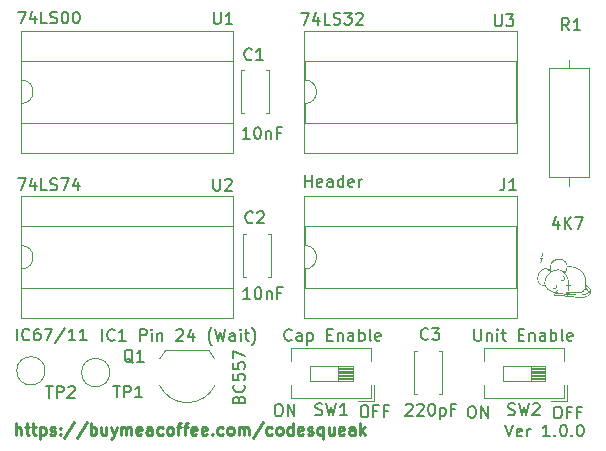
<source format=gto>
G04 #@! TF.GenerationSoftware,KiCad,Pcbnew,7.0.7*
G04 #@! TF.CreationDate,2023-11-20T01:19:09+00:00*
G04 #@! TF.ProjectId,N2Graphics,4e324772-6170-4686-9963-732e6b696361,1.0*
G04 #@! TF.SameCoordinates,Original*
G04 #@! TF.FileFunction,Legend,Top*
G04 #@! TF.FilePolarity,Positive*
%FSLAX46Y46*%
G04 Gerber Fmt 4.6, Leading zero omitted, Abs format (unit mm)*
G04 Created by KiCad (PCBNEW 7.0.7) date 2023-11-20 01:19:09*
%MOMM*%
%LPD*%
G01*
G04 APERTURE LIST*
%ADD10C,0.150000*%
%ADD11C,0.250000*%
%ADD12C,0.120000*%
%ADD13C,2.000000*%
%ADD14R,1.500000X1.500000*%
%ADD15C,1.500000*%
%ADD16R,1.600000X1.600000*%
%ADD17O,1.600000X1.600000*%
%ADD18C,1.600000*%
G04 APERTURE END LIST*
D10*
X132365565Y-78644337D02*
X132556041Y-78644337D01*
X132556041Y-78644337D02*
X132651279Y-78691956D01*
X132651279Y-78691956D02*
X132746517Y-78787194D01*
X132746517Y-78787194D02*
X132794136Y-78977670D01*
X132794136Y-78977670D02*
X132794136Y-79311003D01*
X132794136Y-79311003D02*
X132746517Y-79501479D01*
X132746517Y-79501479D02*
X132651279Y-79596718D01*
X132651279Y-79596718D02*
X132556041Y-79644337D01*
X132556041Y-79644337D02*
X132365565Y-79644337D01*
X132365565Y-79644337D02*
X132270327Y-79596718D01*
X132270327Y-79596718D02*
X132175089Y-79501479D01*
X132175089Y-79501479D02*
X132127470Y-79311003D01*
X132127470Y-79311003D02*
X132127470Y-78977670D01*
X132127470Y-78977670D02*
X132175089Y-78787194D01*
X132175089Y-78787194D02*
X132270327Y-78691956D01*
X132270327Y-78691956D02*
X132365565Y-78644337D01*
X133222708Y-79644337D02*
X133222708Y-78644337D01*
X133222708Y-78644337D02*
X133794136Y-79644337D01*
X133794136Y-79644337D02*
X133794136Y-78644337D01*
X148724393Y-78791272D02*
X148914869Y-78791272D01*
X148914869Y-78791272D02*
X149010107Y-78838891D01*
X149010107Y-78838891D02*
X149105345Y-78934129D01*
X149105345Y-78934129D02*
X149152964Y-79124605D01*
X149152964Y-79124605D02*
X149152964Y-79457938D01*
X149152964Y-79457938D02*
X149105345Y-79648414D01*
X149105345Y-79648414D02*
X149010107Y-79743653D01*
X149010107Y-79743653D02*
X148914869Y-79791272D01*
X148914869Y-79791272D02*
X148724393Y-79791272D01*
X148724393Y-79791272D02*
X148629155Y-79743653D01*
X148629155Y-79743653D02*
X148533917Y-79648414D01*
X148533917Y-79648414D02*
X148486298Y-79457938D01*
X148486298Y-79457938D02*
X148486298Y-79124605D01*
X148486298Y-79124605D02*
X148533917Y-78934129D01*
X148533917Y-78934129D02*
X148629155Y-78838891D01*
X148629155Y-78838891D02*
X148724393Y-78791272D01*
X149581536Y-79791272D02*
X149581536Y-78791272D01*
X149581536Y-78791272D02*
X150152964Y-79791272D01*
X150152964Y-79791272D02*
X150152964Y-78791272D01*
X139636896Y-78745666D02*
X139827372Y-78745666D01*
X139827372Y-78745666D02*
X139922610Y-78793285D01*
X139922610Y-78793285D02*
X140017848Y-78888523D01*
X140017848Y-78888523D02*
X140065467Y-79078999D01*
X140065467Y-79078999D02*
X140065467Y-79412332D01*
X140065467Y-79412332D02*
X140017848Y-79602808D01*
X140017848Y-79602808D02*
X139922610Y-79698047D01*
X139922610Y-79698047D02*
X139827372Y-79745666D01*
X139827372Y-79745666D02*
X139636896Y-79745666D01*
X139636896Y-79745666D02*
X139541658Y-79698047D01*
X139541658Y-79698047D02*
X139446420Y-79602808D01*
X139446420Y-79602808D02*
X139398801Y-79412332D01*
X139398801Y-79412332D02*
X139398801Y-79078999D01*
X139398801Y-79078999D02*
X139446420Y-78888523D01*
X139446420Y-78888523D02*
X139541658Y-78793285D01*
X139541658Y-78793285D02*
X139636896Y-78745666D01*
X140827372Y-79221856D02*
X140494039Y-79221856D01*
X140494039Y-79745666D02*
X140494039Y-78745666D01*
X140494039Y-78745666D02*
X140970229Y-78745666D01*
X141684515Y-79221856D02*
X141351182Y-79221856D01*
X141351182Y-79745666D02*
X141351182Y-78745666D01*
X141351182Y-78745666D02*
X141827372Y-78745666D01*
D11*
X110221791Y-81231258D02*
X110221791Y-80231258D01*
X110650362Y-81231258D02*
X110650362Y-80707448D01*
X110650362Y-80707448D02*
X110602743Y-80612210D01*
X110602743Y-80612210D02*
X110507505Y-80564591D01*
X110507505Y-80564591D02*
X110364648Y-80564591D01*
X110364648Y-80564591D02*
X110269410Y-80612210D01*
X110269410Y-80612210D02*
X110221791Y-80659829D01*
X110983696Y-80564591D02*
X111364648Y-80564591D01*
X111126553Y-80231258D02*
X111126553Y-81088400D01*
X111126553Y-81088400D02*
X111174172Y-81183639D01*
X111174172Y-81183639D02*
X111269410Y-81231258D01*
X111269410Y-81231258D02*
X111364648Y-81231258D01*
X111555125Y-80564591D02*
X111936077Y-80564591D01*
X111697982Y-80231258D02*
X111697982Y-81088400D01*
X111697982Y-81088400D02*
X111745601Y-81183639D01*
X111745601Y-81183639D02*
X111840839Y-81231258D01*
X111840839Y-81231258D02*
X111936077Y-81231258D01*
X112269411Y-80564591D02*
X112269411Y-81564591D01*
X112269411Y-80612210D02*
X112364649Y-80564591D01*
X112364649Y-80564591D02*
X112555125Y-80564591D01*
X112555125Y-80564591D02*
X112650363Y-80612210D01*
X112650363Y-80612210D02*
X112697982Y-80659829D01*
X112697982Y-80659829D02*
X112745601Y-80755067D01*
X112745601Y-80755067D02*
X112745601Y-81040781D01*
X112745601Y-81040781D02*
X112697982Y-81136019D01*
X112697982Y-81136019D02*
X112650363Y-81183639D01*
X112650363Y-81183639D02*
X112555125Y-81231258D01*
X112555125Y-81231258D02*
X112364649Y-81231258D01*
X112364649Y-81231258D02*
X112269411Y-81183639D01*
X113126554Y-81183639D02*
X113221792Y-81231258D01*
X113221792Y-81231258D02*
X113412268Y-81231258D01*
X113412268Y-81231258D02*
X113507506Y-81183639D01*
X113507506Y-81183639D02*
X113555125Y-81088400D01*
X113555125Y-81088400D02*
X113555125Y-81040781D01*
X113555125Y-81040781D02*
X113507506Y-80945543D01*
X113507506Y-80945543D02*
X113412268Y-80897924D01*
X113412268Y-80897924D02*
X113269411Y-80897924D01*
X113269411Y-80897924D02*
X113174173Y-80850305D01*
X113174173Y-80850305D02*
X113126554Y-80755067D01*
X113126554Y-80755067D02*
X113126554Y-80707448D01*
X113126554Y-80707448D02*
X113174173Y-80612210D01*
X113174173Y-80612210D02*
X113269411Y-80564591D01*
X113269411Y-80564591D02*
X113412268Y-80564591D01*
X113412268Y-80564591D02*
X113507506Y-80612210D01*
X113983697Y-81136019D02*
X114031316Y-81183639D01*
X114031316Y-81183639D02*
X113983697Y-81231258D01*
X113983697Y-81231258D02*
X113936078Y-81183639D01*
X113936078Y-81183639D02*
X113983697Y-81136019D01*
X113983697Y-81136019D02*
X113983697Y-81231258D01*
X113983697Y-80612210D02*
X114031316Y-80659829D01*
X114031316Y-80659829D02*
X113983697Y-80707448D01*
X113983697Y-80707448D02*
X113936078Y-80659829D01*
X113936078Y-80659829D02*
X113983697Y-80612210D01*
X113983697Y-80612210D02*
X113983697Y-80707448D01*
X115174172Y-80183639D02*
X114317030Y-81469353D01*
X116221791Y-80183639D02*
X115364649Y-81469353D01*
X116555125Y-81231258D02*
X116555125Y-80231258D01*
X116555125Y-80612210D02*
X116650363Y-80564591D01*
X116650363Y-80564591D02*
X116840839Y-80564591D01*
X116840839Y-80564591D02*
X116936077Y-80612210D01*
X116936077Y-80612210D02*
X116983696Y-80659829D01*
X116983696Y-80659829D02*
X117031315Y-80755067D01*
X117031315Y-80755067D02*
X117031315Y-81040781D01*
X117031315Y-81040781D02*
X116983696Y-81136019D01*
X116983696Y-81136019D02*
X116936077Y-81183639D01*
X116936077Y-81183639D02*
X116840839Y-81231258D01*
X116840839Y-81231258D02*
X116650363Y-81231258D01*
X116650363Y-81231258D02*
X116555125Y-81183639D01*
X117888458Y-80564591D02*
X117888458Y-81231258D01*
X117459887Y-80564591D02*
X117459887Y-81088400D01*
X117459887Y-81088400D02*
X117507506Y-81183639D01*
X117507506Y-81183639D02*
X117602744Y-81231258D01*
X117602744Y-81231258D02*
X117745601Y-81231258D01*
X117745601Y-81231258D02*
X117840839Y-81183639D01*
X117840839Y-81183639D02*
X117888458Y-81136019D01*
X118269411Y-80564591D02*
X118507506Y-81231258D01*
X118745601Y-80564591D02*
X118507506Y-81231258D01*
X118507506Y-81231258D02*
X118412268Y-81469353D01*
X118412268Y-81469353D02*
X118364649Y-81516972D01*
X118364649Y-81516972D02*
X118269411Y-81564591D01*
X119126554Y-81231258D02*
X119126554Y-80564591D01*
X119126554Y-80659829D02*
X119174173Y-80612210D01*
X119174173Y-80612210D02*
X119269411Y-80564591D01*
X119269411Y-80564591D02*
X119412268Y-80564591D01*
X119412268Y-80564591D02*
X119507506Y-80612210D01*
X119507506Y-80612210D02*
X119555125Y-80707448D01*
X119555125Y-80707448D02*
X119555125Y-81231258D01*
X119555125Y-80707448D02*
X119602744Y-80612210D01*
X119602744Y-80612210D02*
X119697982Y-80564591D01*
X119697982Y-80564591D02*
X119840839Y-80564591D01*
X119840839Y-80564591D02*
X119936078Y-80612210D01*
X119936078Y-80612210D02*
X119983697Y-80707448D01*
X119983697Y-80707448D02*
X119983697Y-81231258D01*
X120840839Y-81183639D02*
X120745601Y-81231258D01*
X120745601Y-81231258D02*
X120555125Y-81231258D01*
X120555125Y-81231258D02*
X120459887Y-81183639D01*
X120459887Y-81183639D02*
X120412268Y-81088400D01*
X120412268Y-81088400D02*
X120412268Y-80707448D01*
X120412268Y-80707448D02*
X120459887Y-80612210D01*
X120459887Y-80612210D02*
X120555125Y-80564591D01*
X120555125Y-80564591D02*
X120745601Y-80564591D01*
X120745601Y-80564591D02*
X120840839Y-80612210D01*
X120840839Y-80612210D02*
X120888458Y-80707448D01*
X120888458Y-80707448D02*
X120888458Y-80802686D01*
X120888458Y-80802686D02*
X120412268Y-80897924D01*
X121745601Y-81231258D02*
X121745601Y-80707448D01*
X121745601Y-80707448D02*
X121697982Y-80612210D01*
X121697982Y-80612210D02*
X121602744Y-80564591D01*
X121602744Y-80564591D02*
X121412268Y-80564591D01*
X121412268Y-80564591D02*
X121317030Y-80612210D01*
X121745601Y-81183639D02*
X121650363Y-81231258D01*
X121650363Y-81231258D02*
X121412268Y-81231258D01*
X121412268Y-81231258D02*
X121317030Y-81183639D01*
X121317030Y-81183639D02*
X121269411Y-81088400D01*
X121269411Y-81088400D02*
X121269411Y-80993162D01*
X121269411Y-80993162D02*
X121317030Y-80897924D01*
X121317030Y-80897924D02*
X121412268Y-80850305D01*
X121412268Y-80850305D02*
X121650363Y-80850305D01*
X121650363Y-80850305D02*
X121745601Y-80802686D01*
X122650363Y-81183639D02*
X122555125Y-81231258D01*
X122555125Y-81231258D02*
X122364649Y-81231258D01*
X122364649Y-81231258D02*
X122269411Y-81183639D01*
X122269411Y-81183639D02*
X122221792Y-81136019D01*
X122221792Y-81136019D02*
X122174173Y-81040781D01*
X122174173Y-81040781D02*
X122174173Y-80755067D01*
X122174173Y-80755067D02*
X122221792Y-80659829D01*
X122221792Y-80659829D02*
X122269411Y-80612210D01*
X122269411Y-80612210D02*
X122364649Y-80564591D01*
X122364649Y-80564591D02*
X122555125Y-80564591D01*
X122555125Y-80564591D02*
X122650363Y-80612210D01*
X123221792Y-81231258D02*
X123126554Y-81183639D01*
X123126554Y-81183639D02*
X123078935Y-81136019D01*
X123078935Y-81136019D02*
X123031316Y-81040781D01*
X123031316Y-81040781D02*
X123031316Y-80755067D01*
X123031316Y-80755067D02*
X123078935Y-80659829D01*
X123078935Y-80659829D02*
X123126554Y-80612210D01*
X123126554Y-80612210D02*
X123221792Y-80564591D01*
X123221792Y-80564591D02*
X123364649Y-80564591D01*
X123364649Y-80564591D02*
X123459887Y-80612210D01*
X123459887Y-80612210D02*
X123507506Y-80659829D01*
X123507506Y-80659829D02*
X123555125Y-80755067D01*
X123555125Y-80755067D02*
X123555125Y-81040781D01*
X123555125Y-81040781D02*
X123507506Y-81136019D01*
X123507506Y-81136019D02*
X123459887Y-81183639D01*
X123459887Y-81183639D02*
X123364649Y-81231258D01*
X123364649Y-81231258D02*
X123221792Y-81231258D01*
X123840840Y-80564591D02*
X124221792Y-80564591D01*
X123983697Y-81231258D02*
X123983697Y-80374115D01*
X123983697Y-80374115D02*
X124031316Y-80278877D01*
X124031316Y-80278877D02*
X124126554Y-80231258D01*
X124126554Y-80231258D02*
X124221792Y-80231258D01*
X124412269Y-80564591D02*
X124793221Y-80564591D01*
X124555126Y-81231258D02*
X124555126Y-80374115D01*
X124555126Y-80374115D02*
X124602745Y-80278877D01*
X124602745Y-80278877D02*
X124697983Y-80231258D01*
X124697983Y-80231258D02*
X124793221Y-80231258D01*
X125507507Y-81183639D02*
X125412269Y-81231258D01*
X125412269Y-81231258D02*
X125221793Y-81231258D01*
X125221793Y-81231258D02*
X125126555Y-81183639D01*
X125126555Y-81183639D02*
X125078936Y-81088400D01*
X125078936Y-81088400D02*
X125078936Y-80707448D01*
X125078936Y-80707448D02*
X125126555Y-80612210D01*
X125126555Y-80612210D02*
X125221793Y-80564591D01*
X125221793Y-80564591D02*
X125412269Y-80564591D01*
X125412269Y-80564591D02*
X125507507Y-80612210D01*
X125507507Y-80612210D02*
X125555126Y-80707448D01*
X125555126Y-80707448D02*
X125555126Y-80802686D01*
X125555126Y-80802686D02*
X125078936Y-80897924D01*
X126364650Y-81183639D02*
X126269412Y-81231258D01*
X126269412Y-81231258D02*
X126078936Y-81231258D01*
X126078936Y-81231258D02*
X125983698Y-81183639D01*
X125983698Y-81183639D02*
X125936079Y-81088400D01*
X125936079Y-81088400D02*
X125936079Y-80707448D01*
X125936079Y-80707448D02*
X125983698Y-80612210D01*
X125983698Y-80612210D02*
X126078936Y-80564591D01*
X126078936Y-80564591D02*
X126269412Y-80564591D01*
X126269412Y-80564591D02*
X126364650Y-80612210D01*
X126364650Y-80612210D02*
X126412269Y-80707448D01*
X126412269Y-80707448D02*
X126412269Y-80802686D01*
X126412269Y-80802686D02*
X125936079Y-80897924D01*
X126840841Y-81136019D02*
X126888460Y-81183639D01*
X126888460Y-81183639D02*
X126840841Y-81231258D01*
X126840841Y-81231258D02*
X126793222Y-81183639D01*
X126793222Y-81183639D02*
X126840841Y-81136019D01*
X126840841Y-81136019D02*
X126840841Y-81231258D01*
X127745602Y-81183639D02*
X127650364Y-81231258D01*
X127650364Y-81231258D02*
X127459888Y-81231258D01*
X127459888Y-81231258D02*
X127364650Y-81183639D01*
X127364650Y-81183639D02*
X127317031Y-81136019D01*
X127317031Y-81136019D02*
X127269412Y-81040781D01*
X127269412Y-81040781D02*
X127269412Y-80755067D01*
X127269412Y-80755067D02*
X127317031Y-80659829D01*
X127317031Y-80659829D02*
X127364650Y-80612210D01*
X127364650Y-80612210D02*
X127459888Y-80564591D01*
X127459888Y-80564591D02*
X127650364Y-80564591D01*
X127650364Y-80564591D02*
X127745602Y-80612210D01*
X128317031Y-81231258D02*
X128221793Y-81183639D01*
X128221793Y-81183639D02*
X128174174Y-81136019D01*
X128174174Y-81136019D02*
X128126555Y-81040781D01*
X128126555Y-81040781D02*
X128126555Y-80755067D01*
X128126555Y-80755067D02*
X128174174Y-80659829D01*
X128174174Y-80659829D02*
X128221793Y-80612210D01*
X128221793Y-80612210D02*
X128317031Y-80564591D01*
X128317031Y-80564591D02*
X128459888Y-80564591D01*
X128459888Y-80564591D02*
X128555126Y-80612210D01*
X128555126Y-80612210D02*
X128602745Y-80659829D01*
X128602745Y-80659829D02*
X128650364Y-80755067D01*
X128650364Y-80755067D02*
X128650364Y-81040781D01*
X128650364Y-81040781D02*
X128602745Y-81136019D01*
X128602745Y-81136019D02*
X128555126Y-81183639D01*
X128555126Y-81183639D02*
X128459888Y-81231258D01*
X128459888Y-81231258D02*
X128317031Y-81231258D01*
X129078936Y-81231258D02*
X129078936Y-80564591D01*
X129078936Y-80659829D02*
X129126555Y-80612210D01*
X129126555Y-80612210D02*
X129221793Y-80564591D01*
X129221793Y-80564591D02*
X129364650Y-80564591D01*
X129364650Y-80564591D02*
X129459888Y-80612210D01*
X129459888Y-80612210D02*
X129507507Y-80707448D01*
X129507507Y-80707448D02*
X129507507Y-81231258D01*
X129507507Y-80707448D02*
X129555126Y-80612210D01*
X129555126Y-80612210D02*
X129650364Y-80564591D01*
X129650364Y-80564591D02*
X129793221Y-80564591D01*
X129793221Y-80564591D02*
X129888460Y-80612210D01*
X129888460Y-80612210D02*
X129936079Y-80707448D01*
X129936079Y-80707448D02*
X129936079Y-81231258D01*
X131126554Y-80183639D02*
X130269412Y-81469353D01*
X131888459Y-81183639D02*
X131793221Y-81231258D01*
X131793221Y-81231258D02*
X131602745Y-81231258D01*
X131602745Y-81231258D02*
X131507507Y-81183639D01*
X131507507Y-81183639D02*
X131459888Y-81136019D01*
X131459888Y-81136019D02*
X131412269Y-81040781D01*
X131412269Y-81040781D02*
X131412269Y-80755067D01*
X131412269Y-80755067D02*
X131459888Y-80659829D01*
X131459888Y-80659829D02*
X131507507Y-80612210D01*
X131507507Y-80612210D02*
X131602745Y-80564591D01*
X131602745Y-80564591D02*
X131793221Y-80564591D01*
X131793221Y-80564591D02*
X131888459Y-80612210D01*
X132459888Y-81231258D02*
X132364650Y-81183639D01*
X132364650Y-81183639D02*
X132317031Y-81136019D01*
X132317031Y-81136019D02*
X132269412Y-81040781D01*
X132269412Y-81040781D02*
X132269412Y-80755067D01*
X132269412Y-80755067D02*
X132317031Y-80659829D01*
X132317031Y-80659829D02*
X132364650Y-80612210D01*
X132364650Y-80612210D02*
X132459888Y-80564591D01*
X132459888Y-80564591D02*
X132602745Y-80564591D01*
X132602745Y-80564591D02*
X132697983Y-80612210D01*
X132697983Y-80612210D02*
X132745602Y-80659829D01*
X132745602Y-80659829D02*
X132793221Y-80755067D01*
X132793221Y-80755067D02*
X132793221Y-81040781D01*
X132793221Y-81040781D02*
X132745602Y-81136019D01*
X132745602Y-81136019D02*
X132697983Y-81183639D01*
X132697983Y-81183639D02*
X132602745Y-81231258D01*
X132602745Y-81231258D02*
X132459888Y-81231258D01*
X133650364Y-81231258D02*
X133650364Y-80231258D01*
X133650364Y-81183639D02*
X133555126Y-81231258D01*
X133555126Y-81231258D02*
X133364650Y-81231258D01*
X133364650Y-81231258D02*
X133269412Y-81183639D01*
X133269412Y-81183639D02*
X133221793Y-81136019D01*
X133221793Y-81136019D02*
X133174174Y-81040781D01*
X133174174Y-81040781D02*
X133174174Y-80755067D01*
X133174174Y-80755067D02*
X133221793Y-80659829D01*
X133221793Y-80659829D02*
X133269412Y-80612210D01*
X133269412Y-80612210D02*
X133364650Y-80564591D01*
X133364650Y-80564591D02*
X133555126Y-80564591D01*
X133555126Y-80564591D02*
X133650364Y-80612210D01*
X134507507Y-81183639D02*
X134412269Y-81231258D01*
X134412269Y-81231258D02*
X134221793Y-81231258D01*
X134221793Y-81231258D02*
X134126555Y-81183639D01*
X134126555Y-81183639D02*
X134078936Y-81088400D01*
X134078936Y-81088400D02*
X134078936Y-80707448D01*
X134078936Y-80707448D02*
X134126555Y-80612210D01*
X134126555Y-80612210D02*
X134221793Y-80564591D01*
X134221793Y-80564591D02*
X134412269Y-80564591D01*
X134412269Y-80564591D02*
X134507507Y-80612210D01*
X134507507Y-80612210D02*
X134555126Y-80707448D01*
X134555126Y-80707448D02*
X134555126Y-80802686D01*
X134555126Y-80802686D02*
X134078936Y-80897924D01*
X134936079Y-81183639D02*
X135031317Y-81231258D01*
X135031317Y-81231258D02*
X135221793Y-81231258D01*
X135221793Y-81231258D02*
X135317031Y-81183639D01*
X135317031Y-81183639D02*
X135364650Y-81088400D01*
X135364650Y-81088400D02*
X135364650Y-81040781D01*
X135364650Y-81040781D02*
X135317031Y-80945543D01*
X135317031Y-80945543D02*
X135221793Y-80897924D01*
X135221793Y-80897924D02*
X135078936Y-80897924D01*
X135078936Y-80897924D02*
X134983698Y-80850305D01*
X134983698Y-80850305D02*
X134936079Y-80755067D01*
X134936079Y-80755067D02*
X134936079Y-80707448D01*
X134936079Y-80707448D02*
X134983698Y-80612210D01*
X134983698Y-80612210D02*
X135078936Y-80564591D01*
X135078936Y-80564591D02*
X135221793Y-80564591D01*
X135221793Y-80564591D02*
X135317031Y-80612210D01*
X136221793Y-80564591D02*
X136221793Y-81564591D01*
X136221793Y-81183639D02*
X136126555Y-81231258D01*
X136126555Y-81231258D02*
X135936079Y-81231258D01*
X135936079Y-81231258D02*
X135840841Y-81183639D01*
X135840841Y-81183639D02*
X135793222Y-81136019D01*
X135793222Y-81136019D02*
X135745603Y-81040781D01*
X135745603Y-81040781D02*
X135745603Y-80755067D01*
X135745603Y-80755067D02*
X135793222Y-80659829D01*
X135793222Y-80659829D02*
X135840841Y-80612210D01*
X135840841Y-80612210D02*
X135936079Y-80564591D01*
X135936079Y-80564591D02*
X136126555Y-80564591D01*
X136126555Y-80564591D02*
X136221793Y-80612210D01*
X137126555Y-80564591D02*
X137126555Y-81231258D01*
X136697984Y-80564591D02*
X136697984Y-81088400D01*
X136697984Y-81088400D02*
X136745603Y-81183639D01*
X136745603Y-81183639D02*
X136840841Y-81231258D01*
X136840841Y-81231258D02*
X136983698Y-81231258D01*
X136983698Y-81231258D02*
X137078936Y-81183639D01*
X137078936Y-81183639D02*
X137126555Y-81136019D01*
X137983698Y-81183639D02*
X137888460Y-81231258D01*
X137888460Y-81231258D02*
X137697984Y-81231258D01*
X137697984Y-81231258D02*
X137602746Y-81183639D01*
X137602746Y-81183639D02*
X137555127Y-81088400D01*
X137555127Y-81088400D02*
X137555127Y-80707448D01*
X137555127Y-80707448D02*
X137602746Y-80612210D01*
X137602746Y-80612210D02*
X137697984Y-80564591D01*
X137697984Y-80564591D02*
X137888460Y-80564591D01*
X137888460Y-80564591D02*
X137983698Y-80612210D01*
X137983698Y-80612210D02*
X138031317Y-80707448D01*
X138031317Y-80707448D02*
X138031317Y-80802686D01*
X138031317Y-80802686D02*
X137555127Y-80897924D01*
X138888460Y-81231258D02*
X138888460Y-80707448D01*
X138888460Y-80707448D02*
X138840841Y-80612210D01*
X138840841Y-80612210D02*
X138745603Y-80564591D01*
X138745603Y-80564591D02*
X138555127Y-80564591D01*
X138555127Y-80564591D02*
X138459889Y-80612210D01*
X138888460Y-81183639D02*
X138793222Y-81231258D01*
X138793222Y-81231258D02*
X138555127Y-81231258D01*
X138555127Y-81231258D02*
X138459889Y-81183639D01*
X138459889Y-81183639D02*
X138412270Y-81088400D01*
X138412270Y-81088400D02*
X138412270Y-80993162D01*
X138412270Y-80993162D02*
X138459889Y-80897924D01*
X138459889Y-80897924D02*
X138555127Y-80850305D01*
X138555127Y-80850305D02*
X138793222Y-80850305D01*
X138793222Y-80850305D02*
X138888460Y-80802686D01*
X139364651Y-81231258D02*
X139364651Y-80231258D01*
X139459889Y-80850305D02*
X139745603Y-81231258D01*
X139745603Y-80564591D02*
X139364651Y-80945543D01*
D10*
X155988460Y-78836845D02*
X156178936Y-78836845D01*
X156178936Y-78836845D02*
X156274174Y-78884464D01*
X156274174Y-78884464D02*
X156369412Y-78979702D01*
X156369412Y-78979702D02*
X156417031Y-79170178D01*
X156417031Y-79170178D02*
X156417031Y-79503511D01*
X156417031Y-79503511D02*
X156369412Y-79693987D01*
X156369412Y-79693987D02*
X156274174Y-79789226D01*
X156274174Y-79789226D02*
X156178936Y-79836845D01*
X156178936Y-79836845D02*
X155988460Y-79836845D01*
X155988460Y-79836845D02*
X155893222Y-79789226D01*
X155893222Y-79789226D02*
X155797984Y-79693987D01*
X155797984Y-79693987D02*
X155750365Y-79503511D01*
X155750365Y-79503511D02*
X155750365Y-79170178D01*
X155750365Y-79170178D02*
X155797984Y-78979702D01*
X155797984Y-78979702D02*
X155893222Y-78884464D01*
X155893222Y-78884464D02*
X155988460Y-78836845D01*
X157178936Y-79313035D02*
X156845603Y-79313035D01*
X156845603Y-79836845D02*
X156845603Y-78836845D01*
X156845603Y-78836845D02*
X157321793Y-78836845D01*
X158036079Y-79313035D02*
X157702746Y-79313035D01*
X157702746Y-79836845D02*
X157702746Y-78836845D01*
X157702746Y-78836845D02*
X158178936Y-78836845D01*
X151663240Y-80364596D02*
X151996573Y-81364596D01*
X151996573Y-81364596D02*
X152329906Y-80364596D01*
X153044192Y-81316977D02*
X152948954Y-81364596D01*
X152948954Y-81364596D02*
X152758478Y-81364596D01*
X152758478Y-81364596D02*
X152663240Y-81316977D01*
X152663240Y-81316977D02*
X152615621Y-81221738D01*
X152615621Y-81221738D02*
X152615621Y-80840786D01*
X152615621Y-80840786D02*
X152663240Y-80745548D01*
X152663240Y-80745548D02*
X152758478Y-80697929D01*
X152758478Y-80697929D02*
X152948954Y-80697929D01*
X152948954Y-80697929D02*
X153044192Y-80745548D01*
X153044192Y-80745548D02*
X153091811Y-80840786D01*
X153091811Y-80840786D02*
X153091811Y-80936024D01*
X153091811Y-80936024D02*
X152615621Y-81031262D01*
X153520383Y-81364596D02*
X153520383Y-80697929D01*
X153520383Y-80888405D02*
X153568002Y-80793167D01*
X153568002Y-80793167D02*
X153615621Y-80745548D01*
X153615621Y-80745548D02*
X153710859Y-80697929D01*
X153710859Y-80697929D02*
X153806097Y-80697929D01*
X155425145Y-81364596D02*
X154853717Y-81364596D01*
X155139431Y-81364596D02*
X155139431Y-80364596D01*
X155139431Y-80364596D02*
X155044193Y-80507453D01*
X155044193Y-80507453D02*
X154948955Y-80602691D01*
X154948955Y-80602691D02*
X154853717Y-80650310D01*
X155853717Y-81269357D02*
X155901336Y-81316977D01*
X155901336Y-81316977D02*
X155853717Y-81364596D01*
X155853717Y-81364596D02*
X155806098Y-81316977D01*
X155806098Y-81316977D02*
X155853717Y-81269357D01*
X155853717Y-81269357D02*
X155853717Y-81364596D01*
X156520383Y-80364596D02*
X156615621Y-80364596D01*
X156615621Y-80364596D02*
X156710859Y-80412215D01*
X156710859Y-80412215D02*
X156758478Y-80459834D01*
X156758478Y-80459834D02*
X156806097Y-80555072D01*
X156806097Y-80555072D02*
X156853716Y-80745548D01*
X156853716Y-80745548D02*
X156853716Y-80983643D01*
X156853716Y-80983643D02*
X156806097Y-81174119D01*
X156806097Y-81174119D02*
X156758478Y-81269357D01*
X156758478Y-81269357D02*
X156710859Y-81316977D01*
X156710859Y-81316977D02*
X156615621Y-81364596D01*
X156615621Y-81364596D02*
X156520383Y-81364596D01*
X156520383Y-81364596D02*
X156425145Y-81316977D01*
X156425145Y-81316977D02*
X156377526Y-81269357D01*
X156377526Y-81269357D02*
X156329907Y-81174119D01*
X156329907Y-81174119D02*
X156282288Y-80983643D01*
X156282288Y-80983643D02*
X156282288Y-80745548D01*
X156282288Y-80745548D02*
X156329907Y-80555072D01*
X156329907Y-80555072D02*
X156377526Y-80459834D01*
X156377526Y-80459834D02*
X156425145Y-80412215D01*
X156425145Y-80412215D02*
X156520383Y-80364596D01*
X157282288Y-81269357D02*
X157329907Y-81316977D01*
X157329907Y-81316977D02*
X157282288Y-81364596D01*
X157282288Y-81364596D02*
X157234669Y-81316977D01*
X157234669Y-81316977D02*
X157282288Y-81269357D01*
X157282288Y-81269357D02*
X157282288Y-81364596D01*
X157948954Y-80364596D02*
X158044192Y-80364596D01*
X158044192Y-80364596D02*
X158139430Y-80412215D01*
X158139430Y-80412215D02*
X158187049Y-80459834D01*
X158187049Y-80459834D02*
X158234668Y-80555072D01*
X158234668Y-80555072D02*
X158282287Y-80745548D01*
X158282287Y-80745548D02*
X158282287Y-80983643D01*
X158282287Y-80983643D02*
X158234668Y-81174119D01*
X158234668Y-81174119D02*
X158187049Y-81269357D01*
X158187049Y-81269357D02*
X158139430Y-81316977D01*
X158139430Y-81316977D02*
X158044192Y-81364596D01*
X158044192Y-81364596D02*
X157948954Y-81364596D01*
X157948954Y-81364596D02*
X157853716Y-81316977D01*
X157853716Y-81316977D02*
X157806097Y-81269357D01*
X157806097Y-81269357D02*
X157758478Y-81174119D01*
X157758478Y-81174119D02*
X157710859Y-80983643D01*
X157710859Y-80983643D02*
X157710859Y-80745548D01*
X157710859Y-80745548D02*
X157758478Y-80555072D01*
X157758478Y-80555072D02*
X157806097Y-80459834D01*
X157806097Y-80459834D02*
X157853716Y-80412215D01*
X157853716Y-80412215D02*
X157948954Y-80364596D01*
X112774725Y-77109440D02*
X113346153Y-77109440D01*
X113060439Y-78109440D02*
X113060439Y-77109440D01*
X113679487Y-78109440D02*
X113679487Y-77109440D01*
X113679487Y-77109440D02*
X114060439Y-77109440D01*
X114060439Y-77109440D02*
X114155677Y-77157059D01*
X114155677Y-77157059D02*
X114203296Y-77204678D01*
X114203296Y-77204678D02*
X114250915Y-77299916D01*
X114250915Y-77299916D02*
X114250915Y-77442773D01*
X114250915Y-77442773D02*
X114203296Y-77538011D01*
X114203296Y-77538011D02*
X114155677Y-77585630D01*
X114155677Y-77585630D02*
X114060439Y-77633249D01*
X114060439Y-77633249D02*
X113679487Y-77633249D01*
X114631868Y-77204678D02*
X114679487Y-77157059D01*
X114679487Y-77157059D02*
X114774725Y-77109440D01*
X114774725Y-77109440D02*
X115012820Y-77109440D01*
X115012820Y-77109440D02*
X115108058Y-77157059D01*
X115108058Y-77157059D02*
X115155677Y-77204678D01*
X115155677Y-77204678D02*
X115203296Y-77299916D01*
X115203296Y-77299916D02*
X115203296Y-77395154D01*
X115203296Y-77395154D02*
X115155677Y-77538011D01*
X115155677Y-77538011D02*
X114584249Y-78109440D01*
X114584249Y-78109440D02*
X115203296Y-78109440D01*
X110313121Y-73237893D02*
X110313121Y-72237893D01*
X111360739Y-73142654D02*
X111313120Y-73190274D01*
X111313120Y-73190274D02*
X111170263Y-73237893D01*
X111170263Y-73237893D02*
X111075025Y-73237893D01*
X111075025Y-73237893D02*
X110932168Y-73190274D01*
X110932168Y-73190274D02*
X110836930Y-73095035D01*
X110836930Y-73095035D02*
X110789311Y-72999797D01*
X110789311Y-72999797D02*
X110741692Y-72809321D01*
X110741692Y-72809321D02*
X110741692Y-72666464D01*
X110741692Y-72666464D02*
X110789311Y-72475988D01*
X110789311Y-72475988D02*
X110836930Y-72380750D01*
X110836930Y-72380750D02*
X110932168Y-72285512D01*
X110932168Y-72285512D02*
X111075025Y-72237893D01*
X111075025Y-72237893D02*
X111170263Y-72237893D01*
X111170263Y-72237893D02*
X111313120Y-72285512D01*
X111313120Y-72285512D02*
X111360739Y-72333131D01*
X112217882Y-72237893D02*
X112027406Y-72237893D01*
X112027406Y-72237893D02*
X111932168Y-72285512D01*
X111932168Y-72285512D02*
X111884549Y-72333131D01*
X111884549Y-72333131D02*
X111789311Y-72475988D01*
X111789311Y-72475988D02*
X111741692Y-72666464D01*
X111741692Y-72666464D02*
X111741692Y-73047416D01*
X111741692Y-73047416D02*
X111789311Y-73142654D01*
X111789311Y-73142654D02*
X111836930Y-73190274D01*
X111836930Y-73190274D02*
X111932168Y-73237893D01*
X111932168Y-73237893D02*
X112122644Y-73237893D01*
X112122644Y-73237893D02*
X112217882Y-73190274D01*
X112217882Y-73190274D02*
X112265501Y-73142654D01*
X112265501Y-73142654D02*
X112313120Y-73047416D01*
X112313120Y-73047416D02*
X112313120Y-72809321D01*
X112313120Y-72809321D02*
X112265501Y-72714083D01*
X112265501Y-72714083D02*
X112217882Y-72666464D01*
X112217882Y-72666464D02*
X112122644Y-72618845D01*
X112122644Y-72618845D02*
X111932168Y-72618845D01*
X111932168Y-72618845D02*
X111836930Y-72666464D01*
X111836930Y-72666464D02*
X111789311Y-72714083D01*
X111789311Y-72714083D02*
X111741692Y-72809321D01*
X112646454Y-72237893D02*
X113313120Y-72237893D01*
X113313120Y-72237893D02*
X112884549Y-73237893D01*
X114408358Y-72190274D02*
X113551216Y-73475988D01*
X115265501Y-73237893D02*
X114694073Y-73237893D01*
X114979787Y-73237893D02*
X114979787Y-72237893D01*
X114979787Y-72237893D02*
X114884549Y-72380750D01*
X114884549Y-72380750D02*
X114789311Y-72475988D01*
X114789311Y-72475988D02*
X114694073Y-72523607D01*
X116217882Y-73237893D02*
X115646454Y-73237893D01*
X115932168Y-73237893D02*
X115932168Y-72237893D01*
X115932168Y-72237893D02*
X115836930Y-72380750D01*
X115836930Y-72380750D02*
X115741692Y-72475988D01*
X115741692Y-72475988D02*
X115646454Y-72523607D01*
X120137836Y-75126838D02*
X120042598Y-75079219D01*
X120042598Y-75079219D02*
X119947360Y-74983981D01*
X119947360Y-74983981D02*
X119804503Y-74841123D01*
X119804503Y-74841123D02*
X119709265Y-74793504D01*
X119709265Y-74793504D02*
X119614027Y-74793504D01*
X119661646Y-75031600D02*
X119566408Y-74983981D01*
X119566408Y-74983981D02*
X119471170Y-74888742D01*
X119471170Y-74888742D02*
X119423551Y-74698266D01*
X119423551Y-74698266D02*
X119423551Y-74364933D01*
X119423551Y-74364933D02*
X119471170Y-74174457D01*
X119471170Y-74174457D02*
X119566408Y-74079219D01*
X119566408Y-74079219D02*
X119661646Y-74031600D01*
X119661646Y-74031600D02*
X119852122Y-74031600D01*
X119852122Y-74031600D02*
X119947360Y-74079219D01*
X119947360Y-74079219D02*
X120042598Y-74174457D01*
X120042598Y-74174457D02*
X120090217Y-74364933D01*
X120090217Y-74364933D02*
X120090217Y-74698266D01*
X120090217Y-74698266D02*
X120042598Y-74888742D01*
X120042598Y-74888742D02*
X119947360Y-74983981D01*
X119947360Y-74983981D02*
X119852122Y-75031600D01*
X119852122Y-75031600D02*
X119661646Y-75031600D01*
X121042598Y-75031600D02*
X120471170Y-75031600D01*
X120756884Y-75031600D02*
X120756884Y-74031600D01*
X120756884Y-74031600D02*
X120661646Y-74174457D01*
X120661646Y-74174457D02*
X120566408Y-74269695D01*
X120566408Y-74269695D02*
X120471170Y-74317314D01*
X129096952Y-78236124D02*
X129144571Y-78093267D01*
X129144571Y-78093267D02*
X129192190Y-78045648D01*
X129192190Y-78045648D02*
X129287428Y-77998029D01*
X129287428Y-77998029D02*
X129430285Y-77998029D01*
X129430285Y-77998029D02*
X129525523Y-78045648D01*
X129525523Y-78045648D02*
X129573143Y-78093267D01*
X129573143Y-78093267D02*
X129620762Y-78188505D01*
X129620762Y-78188505D02*
X129620762Y-78569457D01*
X129620762Y-78569457D02*
X128620762Y-78569457D01*
X128620762Y-78569457D02*
X128620762Y-78236124D01*
X128620762Y-78236124D02*
X128668381Y-78140886D01*
X128668381Y-78140886D02*
X128716000Y-78093267D01*
X128716000Y-78093267D02*
X128811238Y-78045648D01*
X128811238Y-78045648D02*
X128906476Y-78045648D01*
X128906476Y-78045648D02*
X129001714Y-78093267D01*
X129001714Y-78093267D02*
X129049333Y-78140886D01*
X129049333Y-78140886D02*
X129096952Y-78236124D01*
X129096952Y-78236124D02*
X129096952Y-78569457D01*
X129525523Y-76998029D02*
X129573143Y-77045648D01*
X129573143Y-77045648D02*
X129620762Y-77188505D01*
X129620762Y-77188505D02*
X129620762Y-77283743D01*
X129620762Y-77283743D02*
X129573143Y-77426600D01*
X129573143Y-77426600D02*
X129477904Y-77521838D01*
X129477904Y-77521838D02*
X129382666Y-77569457D01*
X129382666Y-77569457D02*
X129192190Y-77617076D01*
X129192190Y-77617076D02*
X129049333Y-77617076D01*
X129049333Y-77617076D02*
X128858857Y-77569457D01*
X128858857Y-77569457D02*
X128763619Y-77521838D01*
X128763619Y-77521838D02*
X128668381Y-77426600D01*
X128668381Y-77426600D02*
X128620762Y-77283743D01*
X128620762Y-77283743D02*
X128620762Y-77188505D01*
X128620762Y-77188505D02*
X128668381Y-77045648D01*
X128668381Y-77045648D02*
X128716000Y-76998029D01*
X128620762Y-76093267D02*
X128620762Y-76569457D01*
X128620762Y-76569457D02*
X129096952Y-76617076D01*
X129096952Y-76617076D02*
X129049333Y-76569457D01*
X129049333Y-76569457D02*
X129001714Y-76474219D01*
X129001714Y-76474219D02*
X129001714Y-76236124D01*
X129001714Y-76236124D02*
X129049333Y-76140886D01*
X129049333Y-76140886D02*
X129096952Y-76093267D01*
X129096952Y-76093267D02*
X129192190Y-76045648D01*
X129192190Y-76045648D02*
X129430285Y-76045648D01*
X129430285Y-76045648D02*
X129525523Y-76093267D01*
X129525523Y-76093267D02*
X129573143Y-76140886D01*
X129573143Y-76140886D02*
X129620762Y-76236124D01*
X129620762Y-76236124D02*
X129620762Y-76474219D01*
X129620762Y-76474219D02*
X129573143Y-76569457D01*
X129573143Y-76569457D02*
X129525523Y-76617076D01*
X128620762Y-75140886D02*
X128620762Y-75617076D01*
X128620762Y-75617076D02*
X129096952Y-75664695D01*
X129096952Y-75664695D02*
X129049333Y-75617076D01*
X129049333Y-75617076D02*
X129001714Y-75521838D01*
X129001714Y-75521838D02*
X129001714Y-75283743D01*
X129001714Y-75283743D02*
X129049333Y-75188505D01*
X129049333Y-75188505D02*
X129096952Y-75140886D01*
X129096952Y-75140886D02*
X129192190Y-75093267D01*
X129192190Y-75093267D02*
X129430285Y-75093267D01*
X129430285Y-75093267D02*
X129525523Y-75140886D01*
X129525523Y-75140886D02*
X129573143Y-75188505D01*
X129573143Y-75188505D02*
X129620762Y-75283743D01*
X129620762Y-75283743D02*
X129620762Y-75521838D01*
X129620762Y-75521838D02*
X129573143Y-75617076D01*
X129573143Y-75617076D02*
X129525523Y-75664695D01*
X128620762Y-74759933D02*
X128620762Y-74093267D01*
X128620762Y-74093267D02*
X129620762Y-74521838D01*
X150776974Y-45628681D02*
X150776974Y-46438204D01*
X150776974Y-46438204D02*
X150824593Y-46533442D01*
X150824593Y-46533442D02*
X150872212Y-46581062D01*
X150872212Y-46581062D02*
X150967450Y-46628681D01*
X150967450Y-46628681D02*
X151157926Y-46628681D01*
X151157926Y-46628681D02*
X151253164Y-46581062D01*
X151253164Y-46581062D02*
X151300783Y-46533442D01*
X151300783Y-46533442D02*
X151348402Y-46438204D01*
X151348402Y-46438204D02*
X151348402Y-45628681D01*
X151729355Y-45628681D02*
X152348402Y-45628681D01*
X152348402Y-45628681D02*
X152015069Y-46009633D01*
X152015069Y-46009633D02*
X152157926Y-46009633D01*
X152157926Y-46009633D02*
X152253164Y-46057252D01*
X152253164Y-46057252D02*
X152300783Y-46104871D01*
X152300783Y-46104871D02*
X152348402Y-46200109D01*
X152348402Y-46200109D02*
X152348402Y-46438204D01*
X152348402Y-46438204D02*
X152300783Y-46533442D01*
X152300783Y-46533442D02*
X152253164Y-46581062D01*
X152253164Y-46581062D02*
X152157926Y-46628681D01*
X152157926Y-46628681D02*
X151872212Y-46628681D01*
X151872212Y-46628681D02*
X151776974Y-46581062D01*
X151776974Y-46581062D02*
X151729355Y-46533442D01*
X134357817Y-45491096D02*
X135024483Y-45491096D01*
X135024483Y-45491096D02*
X134595912Y-46491096D01*
X135834007Y-45824429D02*
X135834007Y-46491096D01*
X135595912Y-45443477D02*
X135357817Y-46157762D01*
X135357817Y-46157762D02*
X135976864Y-46157762D01*
X136834007Y-46491096D02*
X136357817Y-46491096D01*
X136357817Y-46491096D02*
X136357817Y-45491096D01*
X137119722Y-46443477D02*
X137262579Y-46491096D01*
X137262579Y-46491096D02*
X137500674Y-46491096D01*
X137500674Y-46491096D02*
X137595912Y-46443477D01*
X137595912Y-46443477D02*
X137643531Y-46395857D01*
X137643531Y-46395857D02*
X137691150Y-46300619D01*
X137691150Y-46300619D02*
X137691150Y-46205381D01*
X137691150Y-46205381D02*
X137643531Y-46110143D01*
X137643531Y-46110143D02*
X137595912Y-46062524D01*
X137595912Y-46062524D02*
X137500674Y-46014905D01*
X137500674Y-46014905D02*
X137310198Y-45967286D01*
X137310198Y-45967286D02*
X137214960Y-45919667D01*
X137214960Y-45919667D02*
X137167341Y-45872048D01*
X137167341Y-45872048D02*
X137119722Y-45776810D01*
X137119722Y-45776810D02*
X137119722Y-45681572D01*
X137119722Y-45681572D02*
X137167341Y-45586334D01*
X137167341Y-45586334D02*
X137214960Y-45538715D01*
X137214960Y-45538715D02*
X137310198Y-45491096D01*
X137310198Y-45491096D02*
X137548293Y-45491096D01*
X137548293Y-45491096D02*
X137691150Y-45538715D01*
X138024484Y-45491096D02*
X138643531Y-45491096D01*
X138643531Y-45491096D02*
X138310198Y-45872048D01*
X138310198Y-45872048D02*
X138453055Y-45872048D01*
X138453055Y-45872048D02*
X138548293Y-45919667D01*
X138548293Y-45919667D02*
X138595912Y-45967286D01*
X138595912Y-45967286D02*
X138643531Y-46062524D01*
X138643531Y-46062524D02*
X138643531Y-46300619D01*
X138643531Y-46300619D02*
X138595912Y-46395857D01*
X138595912Y-46395857D02*
X138548293Y-46443477D01*
X138548293Y-46443477D02*
X138453055Y-46491096D01*
X138453055Y-46491096D02*
X138167341Y-46491096D01*
X138167341Y-46491096D02*
X138072103Y-46443477D01*
X138072103Y-46443477D02*
X138024484Y-46395857D01*
X139024484Y-45586334D02*
X139072103Y-45538715D01*
X139072103Y-45538715D02*
X139167341Y-45491096D01*
X139167341Y-45491096D02*
X139405436Y-45491096D01*
X139405436Y-45491096D02*
X139500674Y-45538715D01*
X139500674Y-45538715D02*
X139548293Y-45586334D01*
X139548293Y-45586334D02*
X139595912Y-45681572D01*
X139595912Y-45681572D02*
X139595912Y-45776810D01*
X139595912Y-45776810D02*
X139548293Y-45919667D01*
X139548293Y-45919667D02*
X138976865Y-46491096D01*
X138976865Y-46491096D02*
X139595912Y-46491096D01*
X118481977Y-77068673D02*
X119053405Y-77068673D01*
X118767691Y-78068673D02*
X118767691Y-77068673D01*
X119386739Y-78068673D02*
X119386739Y-77068673D01*
X119386739Y-77068673D02*
X119767691Y-77068673D01*
X119767691Y-77068673D02*
X119862929Y-77116292D01*
X119862929Y-77116292D02*
X119910548Y-77163911D01*
X119910548Y-77163911D02*
X119958167Y-77259149D01*
X119958167Y-77259149D02*
X119958167Y-77402006D01*
X119958167Y-77402006D02*
X119910548Y-77497244D01*
X119910548Y-77497244D02*
X119862929Y-77544863D01*
X119862929Y-77544863D02*
X119767691Y-77592482D01*
X119767691Y-77592482D02*
X119386739Y-77592482D01*
X120910548Y-78068673D02*
X120339120Y-78068673D01*
X120624834Y-78068673D02*
X120624834Y-77068673D01*
X120624834Y-77068673D02*
X120529596Y-77211530D01*
X120529596Y-77211530D02*
X120434358Y-77306768D01*
X120434358Y-77306768D02*
X120339120Y-77354387D01*
X117527746Y-73278659D02*
X117527746Y-72278659D01*
X118575364Y-73183420D02*
X118527745Y-73231040D01*
X118527745Y-73231040D02*
X118384888Y-73278659D01*
X118384888Y-73278659D02*
X118289650Y-73278659D01*
X118289650Y-73278659D02*
X118146793Y-73231040D01*
X118146793Y-73231040D02*
X118051555Y-73135801D01*
X118051555Y-73135801D02*
X118003936Y-73040563D01*
X118003936Y-73040563D02*
X117956317Y-72850087D01*
X117956317Y-72850087D02*
X117956317Y-72707230D01*
X117956317Y-72707230D02*
X118003936Y-72516754D01*
X118003936Y-72516754D02*
X118051555Y-72421516D01*
X118051555Y-72421516D02*
X118146793Y-72326278D01*
X118146793Y-72326278D02*
X118289650Y-72278659D01*
X118289650Y-72278659D02*
X118384888Y-72278659D01*
X118384888Y-72278659D02*
X118527745Y-72326278D01*
X118527745Y-72326278D02*
X118575364Y-72373897D01*
X119527745Y-73278659D02*
X118956317Y-73278659D01*
X119242031Y-73278659D02*
X119242031Y-72278659D01*
X119242031Y-72278659D02*
X119146793Y-72421516D01*
X119146793Y-72421516D02*
X119051555Y-72516754D01*
X119051555Y-72516754D02*
X118956317Y-72564373D01*
X120718222Y-73278659D02*
X120718222Y-72278659D01*
X120718222Y-72278659D02*
X121099174Y-72278659D01*
X121099174Y-72278659D02*
X121194412Y-72326278D01*
X121194412Y-72326278D02*
X121242031Y-72373897D01*
X121242031Y-72373897D02*
X121289650Y-72469135D01*
X121289650Y-72469135D02*
X121289650Y-72611992D01*
X121289650Y-72611992D02*
X121242031Y-72707230D01*
X121242031Y-72707230D02*
X121194412Y-72754849D01*
X121194412Y-72754849D02*
X121099174Y-72802468D01*
X121099174Y-72802468D02*
X120718222Y-72802468D01*
X121718222Y-73278659D02*
X121718222Y-72611992D01*
X121718222Y-72278659D02*
X121670603Y-72326278D01*
X121670603Y-72326278D02*
X121718222Y-72373897D01*
X121718222Y-72373897D02*
X121765841Y-72326278D01*
X121765841Y-72326278D02*
X121718222Y-72278659D01*
X121718222Y-72278659D02*
X121718222Y-72373897D01*
X122194412Y-72611992D02*
X122194412Y-73278659D01*
X122194412Y-72707230D02*
X122242031Y-72659611D01*
X122242031Y-72659611D02*
X122337269Y-72611992D01*
X122337269Y-72611992D02*
X122480126Y-72611992D01*
X122480126Y-72611992D02*
X122575364Y-72659611D01*
X122575364Y-72659611D02*
X122622983Y-72754849D01*
X122622983Y-72754849D02*
X122622983Y-73278659D01*
X123813460Y-72373897D02*
X123861079Y-72326278D01*
X123861079Y-72326278D02*
X123956317Y-72278659D01*
X123956317Y-72278659D02*
X124194412Y-72278659D01*
X124194412Y-72278659D02*
X124289650Y-72326278D01*
X124289650Y-72326278D02*
X124337269Y-72373897D01*
X124337269Y-72373897D02*
X124384888Y-72469135D01*
X124384888Y-72469135D02*
X124384888Y-72564373D01*
X124384888Y-72564373D02*
X124337269Y-72707230D01*
X124337269Y-72707230D02*
X123765841Y-73278659D01*
X123765841Y-73278659D02*
X124384888Y-73278659D01*
X125242031Y-72611992D02*
X125242031Y-73278659D01*
X125003936Y-72231040D02*
X124765841Y-72945325D01*
X124765841Y-72945325D02*
X125384888Y-72945325D01*
X126813460Y-73659611D02*
X126765841Y-73611992D01*
X126765841Y-73611992D02*
X126670603Y-73469135D01*
X126670603Y-73469135D02*
X126622984Y-73373897D01*
X126622984Y-73373897D02*
X126575365Y-73231040D01*
X126575365Y-73231040D02*
X126527746Y-72992944D01*
X126527746Y-72992944D02*
X126527746Y-72802468D01*
X126527746Y-72802468D02*
X126575365Y-72564373D01*
X126575365Y-72564373D02*
X126622984Y-72421516D01*
X126622984Y-72421516D02*
X126670603Y-72326278D01*
X126670603Y-72326278D02*
X126765841Y-72183420D01*
X126765841Y-72183420D02*
X126813460Y-72135801D01*
X127099175Y-72278659D02*
X127337270Y-73278659D01*
X127337270Y-73278659D02*
X127527746Y-72564373D01*
X127527746Y-72564373D02*
X127718222Y-73278659D01*
X127718222Y-73278659D02*
X127956318Y-72278659D01*
X128765841Y-73278659D02*
X128765841Y-72754849D01*
X128765841Y-72754849D02*
X128718222Y-72659611D01*
X128718222Y-72659611D02*
X128622984Y-72611992D01*
X128622984Y-72611992D02*
X128432508Y-72611992D01*
X128432508Y-72611992D02*
X128337270Y-72659611D01*
X128765841Y-73231040D02*
X128670603Y-73278659D01*
X128670603Y-73278659D02*
X128432508Y-73278659D01*
X128432508Y-73278659D02*
X128337270Y-73231040D01*
X128337270Y-73231040D02*
X128289651Y-73135801D01*
X128289651Y-73135801D02*
X128289651Y-73040563D01*
X128289651Y-73040563D02*
X128337270Y-72945325D01*
X128337270Y-72945325D02*
X128432508Y-72897706D01*
X128432508Y-72897706D02*
X128670603Y-72897706D01*
X128670603Y-72897706D02*
X128765841Y-72850087D01*
X129242032Y-73278659D02*
X129242032Y-72611992D01*
X129242032Y-72278659D02*
X129194413Y-72326278D01*
X129194413Y-72326278D02*
X129242032Y-72373897D01*
X129242032Y-72373897D02*
X129289651Y-72326278D01*
X129289651Y-72326278D02*
X129242032Y-72278659D01*
X129242032Y-72278659D02*
X129242032Y-72373897D01*
X129575365Y-72611992D02*
X129956317Y-72611992D01*
X129718222Y-72278659D02*
X129718222Y-73135801D01*
X129718222Y-73135801D02*
X129765841Y-73231040D01*
X129765841Y-73231040D02*
X129861079Y-73278659D01*
X129861079Y-73278659D02*
X129956317Y-73278659D01*
X130194413Y-73659611D02*
X130242032Y-73611992D01*
X130242032Y-73611992D02*
X130337270Y-73469135D01*
X130337270Y-73469135D02*
X130384889Y-73373897D01*
X130384889Y-73373897D02*
X130432508Y-73231040D01*
X130432508Y-73231040D02*
X130480127Y-72992944D01*
X130480127Y-72992944D02*
X130480127Y-72802468D01*
X130480127Y-72802468D02*
X130432508Y-72564373D01*
X130432508Y-72564373D02*
X130384889Y-72421516D01*
X130384889Y-72421516D02*
X130337270Y-72326278D01*
X130337270Y-72326278D02*
X130242032Y-72183420D01*
X130242032Y-72183420D02*
X130194413Y-72135801D01*
X135576461Y-79517200D02*
X135719318Y-79564819D01*
X135719318Y-79564819D02*
X135957413Y-79564819D01*
X135957413Y-79564819D02*
X136052651Y-79517200D01*
X136052651Y-79517200D02*
X136100270Y-79469580D01*
X136100270Y-79469580D02*
X136147889Y-79374342D01*
X136147889Y-79374342D02*
X136147889Y-79279104D01*
X136147889Y-79279104D02*
X136100270Y-79183866D01*
X136100270Y-79183866D02*
X136052651Y-79136247D01*
X136052651Y-79136247D02*
X135957413Y-79088628D01*
X135957413Y-79088628D02*
X135766937Y-79041009D01*
X135766937Y-79041009D02*
X135671699Y-78993390D01*
X135671699Y-78993390D02*
X135624080Y-78945771D01*
X135624080Y-78945771D02*
X135576461Y-78850533D01*
X135576461Y-78850533D02*
X135576461Y-78755295D01*
X135576461Y-78755295D02*
X135624080Y-78660057D01*
X135624080Y-78660057D02*
X135671699Y-78612438D01*
X135671699Y-78612438D02*
X135766937Y-78564819D01*
X135766937Y-78564819D02*
X136005032Y-78564819D01*
X136005032Y-78564819D02*
X136147889Y-78612438D01*
X136481223Y-78564819D02*
X136719318Y-79564819D01*
X136719318Y-79564819D02*
X136909794Y-78850533D01*
X136909794Y-78850533D02*
X137100270Y-79564819D01*
X137100270Y-79564819D02*
X137338366Y-78564819D01*
X138243127Y-79564819D02*
X137671699Y-79564819D01*
X137957413Y-79564819D02*
X137957413Y-78564819D01*
X137957413Y-78564819D02*
X137862175Y-78707676D01*
X137862175Y-78707676D02*
X137766937Y-78802914D01*
X137766937Y-78802914D02*
X137671699Y-78850533D01*
X133564075Y-73172630D02*
X133516456Y-73220250D01*
X133516456Y-73220250D02*
X133373599Y-73267869D01*
X133373599Y-73267869D02*
X133278361Y-73267869D01*
X133278361Y-73267869D02*
X133135504Y-73220250D01*
X133135504Y-73220250D02*
X133040266Y-73125011D01*
X133040266Y-73125011D02*
X132992647Y-73029773D01*
X132992647Y-73029773D02*
X132945028Y-72839297D01*
X132945028Y-72839297D02*
X132945028Y-72696440D01*
X132945028Y-72696440D02*
X132992647Y-72505964D01*
X132992647Y-72505964D02*
X133040266Y-72410726D01*
X133040266Y-72410726D02*
X133135504Y-72315488D01*
X133135504Y-72315488D02*
X133278361Y-72267869D01*
X133278361Y-72267869D02*
X133373599Y-72267869D01*
X133373599Y-72267869D02*
X133516456Y-72315488D01*
X133516456Y-72315488D02*
X133564075Y-72363107D01*
X134421218Y-73267869D02*
X134421218Y-72744059D01*
X134421218Y-72744059D02*
X134373599Y-72648821D01*
X134373599Y-72648821D02*
X134278361Y-72601202D01*
X134278361Y-72601202D02*
X134087885Y-72601202D01*
X134087885Y-72601202D02*
X133992647Y-72648821D01*
X134421218Y-73220250D02*
X134325980Y-73267869D01*
X134325980Y-73267869D02*
X134087885Y-73267869D01*
X134087885Y-73267869D02*
X133992647Y-73220250D01*
X133992647Y-73220250D02*
X133945028Y-73125011D01*
X133945028Y-73125011D02*
X133945028Y-73029773D01*
X133945028Y-73029773D02*
X133992647Y-72934535D01*
X133992647Y-72934535D02*
X134087885Y-72886916D01*
X134087885Y-72886916D02*
X134325980Y-72886916D01*
X134325980Y-72886916D02*
X134421218Y-72839297D01*
X134897409Y-72601202D02*
X134897409Y-73601202D01*
X134897409Y-72648821D02*
X134992647Y-72601202D01*
X134992647Y-72601202D02*
X135183123Y-72601202D01*
X135183123Y-72601202D02*
X135278361Y-72648821D01*
X135278361Y-72648821D02*
X135325980Y-72696440D01*
X135325980Y-72696440D02*
X135373599Y-72791678D01*
X135373599Y-72791678D02*
X135373599Y-73077392D01*
X135373599Y-73077392D02*
X135325980Y-73172630D01*
X135325980Y-73172630D02*
X135278361Y-73220250D01*
X135278361Y-73220250D02*
X135183123Y-73267869D01*
X135183123Y-73267869D02*
X134992647Y-73267869D01*
X134992647Y-73267869D02*
X134897409Y-73220250D01*
X136564076Y-72744059D02*
X136897409Y-72744059D01*
X137040266Y-73267869D02*
X136564076Y-73267869D01*
X136564076Y-73267869D02*
X136564076Y-72267869D01*
X136564076Y-72267869D02*
X137040266Y-72267869D01*
X137468838Y-72601202D02*
X137468838Y-73267869D01*
X137468838Y-72696440D02*
X137516457Y-72648821D01*
X137516457Y-72648821D02*
X137611695Y-72601202D01*
X137611695Y-72601202D02*
X137754552Y-72601202D01*
X137754552Y-72601202D02*
X137849790Y-72648821D01*
X137849790Y-72648821D02*
X137897409Y-72744059D01*
X137897409Y-72744059D02*
X137897409Y-73267869D01*
X138802171Y-73267869D02*
X138802171Y-72744059D01*
X138802171Y-72744059D02*
X138754552Y-72648821D01*
X138754552Y-72648821D02*
X138659314Y-72601202D01*
X138659314Y-72601202D02*
X138468838Y-72601202D01*
X138468838Y-72601202D02*
X138373600Y-72648821D01*
X138802171Y-73220250D02*
X138706933Y-73267869D01*
X138706933Y-73267869D02*
X138468838Y-73267869D01*
X138468838Y-73267869D02*
X138373600Y-73220250D01*
X138373600Y-73220250D02*
X138325981Y-73125011D01*
X138325981Y-73125011D02*
X138325981Y-73029773D01*
X138325981Y-73029773D02*
X138373600Y-72934535D01*
X138373600Y-72934535D02*
X138468838Y-72886916D01*
X138468838Y-72886916D02*
X138706933Y-72886916D01*
X138706933Y-72886916D02*
X138802171Y-72839297D01*
X139278362Y-73267869D02*
X139278362Y-72267869D01*
X139278362Y-72648821D02*
X139373600Y-72601202D01*
X139373600Y-72601202D02*
X139564076Y-72601202D01*
X139564076Y-72601202D02*
X139659314Y-72648821D01*
X139659314Y-72648821D02*
X139706933Y-72696440D01*
X139706933Y-72696440D02*
X139754552Y-72791678D01*
X139754552Y-72791678D02*
X139754552Y-73077392D01*
X139754552Y-73077392D02*
X139706933Y-73172630D01*
X139706933Y-73172630D02*
X139659314Y-73220250D01*
X139659314Y-73220250D02*
X139564076Y-73267869D01*
X139564076Y-73267869D02*
X139373600Y-73267869D01*
X139373600Y-73267869D02*
X139278362Y-73220250D01*
X140325981Y-73267869D02*
X140230743Y-73220250D01*
X140230743Y-73220250D02*
X140183124Y-73125011D01*
X140183124Y-73125011D02*
X140183124Y-72267869D01*
X141087886Y-73220250D02*
X140992648Y-73267869D01*
X140992648Y-73267869D02*
X140802172Y-73267869D01*
X140802172Y-73267869D02*
X140706934Y-73220250D01*
X140706934Y-73220250D02*
X140659315Y-73125011D01*
X140659315Y-73125011D02*
X140659315Y-72744059D01*
X140659315Y-72744059D02*
X140706934Y-72648821D01*
X140706934Y-72648821D02*
X140802172Y-72601202D01*
X140802172Y-72601202D02*
X140992648Y-72601202D01*
X140992648Y-72601202D02*
X141087886Y-72648821D01*
X141087886Y-72648821D02*
X141135505Y-72744059D01*
X141135505Y-72744059D02*
X141135505Y-72839297D01*
X141135505Y-72839297D02*
X140659315Y-72934535D01*
X130184040Y-49422738D02*
X130136421Y-49470358D01*
X130136421Y-49470358D02*
X129993564Y-49517977D01*
X129993564Y-49517977D02*
X129898326Y-49517977D01*
X129898326Y-49517977D02*
X129755469Y-49470358D01*
X129755469Y-49470358D02*
X129660231Y-49375119D01*
X129660231Y-49375119D02*
X129612612Y-49279881D01*
X129612612Y-49279881D02*
X129564993Y-49089405D01*
X129564993Y-49089405D02*
X129564993Y-48946548D01*
X129564993Y-48946548D02*
X129612612Y-48756072D01*
X129612612Y-48756072D02*
X129660231Y-48660834D01*
X129660231Y-48660834D02*
X129755469Y-48565596D01*
X129755469Y-48565596D02*
X129898326Y-48517977D01*
X129898326Y-48517977D02*
X129993564Y-48517977D01*
X129993564Y-48517977D02*
X130136421Y-48565596D01*
X130136421Y-48565596D02*
X130184040Y-48613215D01*
X131136421Y-49517977D02*
X130564993Y-49517977D01*
X130850707Y-49517977D02*
X130850707Y-48517977D01*
X130850707Y-48517977D02*
X130755469Y-48660834D01*
X130755469Y-48660834D02*
X130660231Y-48756072D01*
X130660231Y-48756072D02*
X130564993Y-48803691D01*
X130013067Y-56167945D02*
X129441639Y-56167945D01*
X129727353Y-56167945D02*
X129727353Y-55167945D01*
X129727353Y-55167945D02*
X129632115Y-55310802D01*
X129632115Y-55310802D02*
X129536877Y-55406040D01*
X129536877Y-55406040D02*
X129441639Y-55453659D01*
X130632115Y-55167945D02*
X130727353Y-55167945D01*
X130727353Y-55167945D02*
X130822591Y-55215564D01*
X130822591Y-55215564D02*
X130870210Y-55263183D01*
X130870210Y-55263183D02*
X130917829Y-55358421D01*
X130917829Y-55358421D02*
X130965448Y-55548897D01*
X130965448Y-55548897D02*
X130965448Y-55786992D01*
X130965448Y-55786992D02*
X130917829Y-55977468D01*
X130917829Y-55977468D02*
X130870210Y-56072706D01*
X130870210Y-56072706D02*
X130822591Y-56120326D01*
X130822591Y-56120326D02*
X130727353Y-56167945D01*
X130727353Y-56167945D02*
X130632115Y-56167945D01*
X130632115Y-56167945D02*
X130536877Y-56120326D01*
X130536877Y-56120326D02*
X130489258Y-56072706D01*
X130489258Y-56072706D02*
X130441639Y-55977468D01*
X130441639Y-55977468D02*
X130394020Y-55786992D01*
X130394020Y-55786992D02*
X130394020Y-55548897D01*
X130394020Y-55548897D02*
X130441639Y-55358421D01*
X130441639Y-55358421D02*
X130489258Y-55263183D01*
X130489258Y-55263183D02*
X130536877Y-55215564D01*
X130536877Y-55215564D02*
X130632115Y-55167945D01*
X131394020Y-55501278D02*
X131394020Y-56167945D01*
X131394020Y-55596516D02*
X131441639Y-55548897D01*
X131441639Y-55548897D02*
X131536877Y-55501278D01*
X131536877Y-55501278D02*
X131679734Y-55501278D01*
X131679734Y-55501278D02*
X131774972Y-55548897D01*
X131774972Y-55548897D02*
X131822591Y-55644135D01*
X131822591Y-55644135D02*
X131822591Y-56167945D01*
X132632115Y-55644135D02*
X132298782Y-55644135D01*
X132298782Y-56167945D02*
X132298782Y-55167945D01*
X132298782Y-55167945D02*
X132774972Y-55167945D01*
X126974677Y-45445234D02*
X126974677Y-46254757D01*
X126974677Y-46254757D02*
X127022296Y-46349995D01*
X127022296Y-46349995D02*
X127069915Y-46397615D01*
X127069915Y-46397615D02*
X127165153Y-46445234D01*
X127165153Y-46445234D02*
X127355629Y-46445234D01*
X127355629Y-46445234D02*
X127450867Y-46397615D01*
X127450867Y-46397615D02*
X127498486Y-46349995D01*
X127498486Y-46349995D02*
X127546105Y-46254757D01*
X127546105Y-46254757D02*
X127546105Y-45445234D01*
X128546105Y-46445234D02*
X127974677Y-46445234D01*
X128260391Y-46445234D02*
X128260391Y-45445234D01*
X128260391Y-45445234D02*
X128165153Y-45588091D01*
X128165153Y-45588091D02*
X128069915Y-45683329D01*
X128069915Y-45683329D02*
X127974677Y-45730948D01*
X110372073Y-45399372D02*
X111038739Y-45399372D01*
X111038739Y-45399372D02*
X110610168Y-46399372D01*
X111848263Y-45732705D02*
X111848263Y-46399372D01*
X111610168Y-45351753D02*
X111372073Y-46066038D01*
X111372073Y-46066038D02*
X111991120Y-46066038D01*
X112848263Y-46399372D02*
X112372073Y-46399372D01*
X112372073Y-46399372D02*
X112372073Y-45399372D01*
X113133978Y-46351753D02*
X113276835Y-46399372D01*
X113276835Y-46399372D02*
X113514930Y-46399372D01*
X113514930Y-46399372D02*
X113610168Y-46351753D01*
X113610168Y-46351753D02*
X113657787Y-46304133D01*
X113657787Y-46304133D02*
X113705406Y-46208895D01*
X113705406Y-46208895D02*
X113705406Y-46113657D01*
X113705406Y-46113657D02*
X113657787Y-46018419D01*
X113657787Y-46018419D02*
X113610168Y-45970800D01*
X113610168Y-45970800D02*
X113514930Y-45923181D01*
X113514930Y-45923181D02*
X113324454Y-45875562D01*
X113324454Y-45875562D02*
X113229216Y-45827943D01*
X113229216Y-45827943D02*
X113181597Y-45780324D01*
X113181597Y-45780324D02*
X113133978Y-45685086D01*
X113133978Y-45685086D02*
X113133978Y-45589848D01*
X113133978Y-45589848D02*
X113181597Y-45494610D01*
X113181597Y-45494610D02*
X113229216Y-45446991D01*
X113229216Y-45446991D02*
X113324454Y-45399372D01*
X113324454Y-45399372D02*
X113562549Y-45399372D01*
X113562549Y-45399372D02*
X113705406Y-45446991D01*
X114324454Y-45399372D02*
X114419692Y-45399372D01*
X114419692Y-45399372D02*
X114514930Y-45446991D01*
X114514930Y-45446991D02*
X114562549Y-45494610D01*
X114562549Y-45494610D02*
X114610168Y-45589848D01*
X114610168Y-45589848D02*
X114657787Y-45780324D01*
X114657787Y-45780324D02*
X114657787Y-46018419D01*
X114657787Y-46018419D02*
X114610168Y-46208895D01*
X114610168Y-46208895D02*
X114562549Y-46304133D01*
X114562549Y-46304133D02*
X114514930Y-46351753D01*
X114514930Y-46351753D02*
X114419692Y-46399372D01*
X114419692Y-46399372D02*
X114324454Y-46399372D01*
X114324454Y-46399372D02*
X114229216Y-46351753D01*
X114229216Y-46351753D02*
X114181597Y-46304133D01*
X114181597Y-46304133D02*
X114133978Y-46208895D01*
X114133978Y-46208895D02*
X114086359Y-46018419D01*
X114086359Y-46018419D02*
X114086359Y-45780324D01*
X114086359Y-45780324D02*
X114133978Y-45589848D01*
X114133978Y-45589848D02*
X114181597Y-45494610D01*
X114181597Y-45494610D02*
X114229216Y-45446991D01*
X114229216Y-45446991D02*
X114324454Y-45399372D01*
X115276835Y-45399372D02*
X115372073Y-45399372D01*
X115372073Y-45399372D02*
X115467311Y-45446991D01*
X115467311Y-45446991D02*
X115514930Y-45494610D01*
X115514930Y-45494610D02*
X115562549Y-45589848D01*
X115562549Y-45589848D02*
X115610168Y-45780324D01*
X115610168Y-45780324D02*
X115610168Y-46018419D01*
X115610168Y-46018419D02*
X115562549Y-46208895D01*
X115562549Y-46208895D02*
X115514930Y-46304133D01*
X115514930Y-46304133D02*
X115467311Y-46351753D01*
X115467311Y-46351753D02*
X115372073Y-46399372D01*
X115372073Y-46399372D02*
X115276835Y-46399372D01*
X115276835Y-46399372D02*
X115181597Y-46351753D01*
X115181597Y-46351753D02*
X115133978Y-46304133D01*
X115133978Y-46304133D02*
X115086359Y-46208895D01*
X115086359Y-46208895D02*
X115038740Y-46018419D01*
X115038740Y-46018419D02*
X115038740Y-45780324D01*
X115038740Y-45780324D02*
X115086359Y-45589848D01*
X115086359Y-45589848D02*
X115133978Y-45494610D01*
X115133978Y-45494610D02*
X115181597Y-45446991D01*
X115181597Y-45446991D02*
X115276835Y-45399372D01*
X130275764Y-63227153D02*
X130228145Y-63274773D01*
X130228145Y-63274773D02*
X130085288Y-63322392D01*
X130085288Y-63322392D02*
X129990050Y-63322392D01*
X129990050Y-63322392D02*
X129847193Y-63274773D01*
X129847193Y-63274773D02*
X129751955Y-63179534D01*
X129751955Y-63179534D02*
X129704336Y-63084296D01*
X129704336Y-63084296D02*
X129656717Y-62893820D01*
X129656717Y-62893820D02*
X129656717Y-62750963D01*
X129656717Y-62750963D02*
X129704336Y-62560487D01*
X129704336Y-62560487D02*
X129751955Y-62465249D01*
X129751955Y-62465249D02*
X129847193Y-62370011D01*
X129847193Y-62370011D02*
X129990050Y-62322392D01*
X129990050Y-62322392D02*
X130085288Y-62322392D01*
X130085288Y-62322392D02*
X130228145Y-62370011D01*
X130228145Y-62370011D02*
X130275764Y-62417630D01*
X130656717Y-62417630D02*
X130704336Y-62370011D01*
X130704336Y-62370011D02*
X130799574Y-62322392D01*
X130799574Y-62322392D02*
X131037669Y-62322392D01*
X131037669Y-62322392D02*
X131132907Y-62370011D01*
X131132907Y-62370011D02*
X131180526Y-62417630D01*
X131180526Y-62417630D02*
X131228145Y-62512868D01*
X131228145Y-62512868D02*
X131228145Y-62608106D01*
X131228145Y-62608106D02*
X131180526Y-62750963D01*
X131180526Y-62750963D02*
X130609098Y-63322392D01*
X130609098Y-63322392D02*
X131228145Y-63322392D01*
X130058929Y-69743050D02*
X129487501Y-69743050D01*
X129773215Y-69743050D02*
X129773215Y-68743050D01*
X129773215Y-68743050D02*
X129677977Y-68885907D01*
X129677977Y-68885907D02*
X129582739Y-68981145D01*
X129582739Y-68981145D02*
X129487501Y-69028764D01*
X130677977Y-68743050D02*
X130773215Y-68743050D01*
X130773215Y-68743050D02*
X130868453Y-68790669D01*
X130868453Y-68790669D02*
X130916072Y-68838288D01*
X130916072Y-68838288D02*
X130963691Y-68933526D01*
X130963691Y-68933526D02*
X131011310Y-69124002D01*
X131011310Y-69124002D02*
X131011310Y-69362097D01*
X131011310Y-69362097D02*
X130963691Y-69552573D01*
X130963691Y-69552573D02*
X130916072Y-69647811D01*
X130916072Y-69647811D02*
X130868453Y-69695431D01*
X130868453Y-69695431D02*
X130773215Y-69743050D01*
X130773215Y-69743050D02*
X130677977Y-69743050D01*
X130677977Y-69743050D02*
X130582739Y-69695431D01*
X130582739Y-69695431D02*
X130535120Y-69647811D01*
X130535120Y-69647811D02*
X130487501Y-69552573D01*
X130487501Y-69552573D02*
X130439882Y-69362097D01*
X130439882Y-69362097D02*
X130439882Y-69124002D01*
X130439882Y-69124002D02*
X130487501Y-68933526D01*
X130487501Y-68933526D02*
X130535120Y-68838288D01*
X130535120Y-68838288D02*
X130582739Y-68790669D01*
X130582739Y-68790669D02*
X130677977Y-68743050D01*
X131439882Y-69076383D02*
X131439882Y-69743050D01*
X131439882Y-69171621D02*
X131487501Y-69124002D01*
X131487501Y-69124002D02*
X131582739Y-69076383D01*
X131582739Y-69076383D02*
X131725596Y-69076383D01*
X131725596Y-69076383D02*
X131820834Y-69124002D01*
X131820834Y-69124002D02*
X131868453Y-69219240D01*
X131868453Y-69219240D02*
X131868453Y-69743050D01*
X132677977Y-69219240D02*
X132344644Y-69219240D01*
X132344644Y-69743050D02*
X132344644Y-68743050D01*
X132344644Y-68743050D02*
X132820834Y-68743050D01*
X126949198Y-59555394D02*
X126949198Y-60364917D01*
X126949198Y-60364917D02*
X126996817Y-60460155D01*
X126996817Y-60460155D02*
X127044436Y-60507775D01*
X127044436Y-60507775D02*
X127139674Y-60555394D01*
X127139674Y-60555394D02*
X127330150Y-60555394D01*
X127330150Y-60555394D02*
X127425388Y-60507775D01*
X127425388Y-60507775D02*
X127473007Y-60460155D01*
X127473007Y-60460155D02*
X127520626Y-60364917D01*
X127520626Y-60364917D02*
X127520626Y-59555394D01*
X127949198Y-59650632D02*
X127996817Y-59603013D01*
X127996817Y-59603013D02*
X128092055Y-59555394D01*
X128092055Y-59555394D02*
X128330150Y-59555394D01*
X128330150Y-59555394D02*
X128425388Y-59603013D01*
X128425388Y-59603013D02*
X128473007Y-59650632D01*
X128473007Y-59650632D02*
X128520626Y-59745870D01*
X128520626Y-59745870D02*
X128520626Y-59841108D01*
X128520626Y-59841108D02*
X128473007Y-59983965D01*
X128473007Y-59983965D02*
X127901579Y-60555394D01*
X127901579Y-60555394D02*
X128520626Y-60555394D01*
X110372073Y-59524820D02*
X111038739Y-59524820D01*
X111038739Y-59524820D02*
X110610168Y-60524820D01*
X111848263Y-59858153D02*
X111848263Y-60524820D01*
X111610168Y-59477201D02*
X111372073Y-60191486D01*
X111372073Y-60191486D02*
X111991120Y-60191486D01*
X112848263Y-60524820D02*
X112372073Y-60524820D01*
X112372073Y-60524820D02*
X112372073Y-59524820D01*
X113133978Y-60477201D02*
X113276835Y-60524820D01*
X113276835Y-60524820D02*
X113514930Y-60524820D01*
X113514930Y-60524820D02*
X113610168Y-60477201D01*
X113610168Y-60477201D02*
X113657787Y-60429581D01*
X113657787Y-60429581D02*
X113705406Y-60334343D01*
X113705406Y-60334343D02*
X113705406Y-60239105D01*
X113705406Y-60239105D02*
X113657787Y-60143867D01*
X113657787Y-60143867D02*
X113610168Y-60096248D01*
X113610168Y-60096248D02*
X113514930Y-60048629D01*
X113514930Y-60048629D02*
X113324454Y-60001010D01*
X113324454Y-60001010D02*
X113229216Y-59953391D01*
X113229216Y-59953391D02*
X113181597Y-59905772D01*
X113181597Y-59905772D02*
X113133978Y-59810534D01*
X113133978Y-59810534D02*
X113133978Y-59715296D01*
X113133978Y-59715296D02*
X113181597Y-59620058D01*
X113181597Y-59620058D02*
X113229216Y-59572439D01*
X113229216Y-59572439D02*
X113324454Y-59524820D01*
X113324454Y-59524820D02*
X113562549Y-59524820D01*
X113562549Y-59524820D02*
X113705406Y-59572439D01*
X114038740Y-59524820D02*
X114705406Y-59524820D01*
X114705406Y-59524820D02*
X114276835Y-60524820D01*
X115514930Y-59858153D02*
X115514930Y-60524820D01*
X115276835Y-59477201D02*
X115038740Y-60191486D01*
X115038740Y-60191486D02*
X115657787Y-60191486D01*
X151898797Y-79517200D02*
X152041654Y-79564819D01*
X152041654Y-79564819D02*
X152279749Y-79564819D01*
X152279749Y-79564819D02*
X152374987Y-79517200D01*
X152374987Y-79517200D02*
X152422606Y-79469580D01*
X152422606Y-79469580D02*
X152470225Y-79374342D01*
X152470225Y-79374342D02*
X152470225Y-79279104D01*
X152470225Y-79279104D02*
X152422606Y-79183866D01*
X152422606Y-79183866D02*
X152374987Y-79136247D01*
X152374987Y-79136247D02*
X152279749Y-79088628D01*
X152279749Y-79088628D02*
X152089273Y-79041009D01*
X152089273Y-79041009D02*
X151994035Y-78993390D01*
X151994035Y-78993390D02*
X151946416Y-78945771D01*
X151946416Y-78945771D02*
X151898797Y-78850533D01*
X151898797Y-78850533D02*
X151898797Y-78755295D01*
X151898797Y-78755295D02*
X151946416Y-78660057D01*
X151946416Y-78660057D02*
X151994035Y-78612438D01*
X151994035Y-78612438D02*
X152089273Y-78564819D01*
X152089273Y-78564819D02*
X152327368Y-78564819D01*
X152327368Y-78564819D02*
X152470225Y-78612438D01*
X152803559Y-78564819D02*
X153041654Y-79564819D01*
X153041654Y-79564819D02*
X153232130Y-78850533D01*
X153232130Y-78850533D02*
X153422606Y-79564819D01*
X153422606Y-79564819D02*
X153660702Y-78564819D01*
X153994035Y-78660057D02*
X154041654Y-78612438D01*
X154041654Y-78612438D02*
X154136892Y-78564819D01*
X154136892Y-78564819D02*
X154374987Y-78564819D01*
X154374987Y-78564819D02*
X154470225Y-78612438D01*
X154470225Y-78612438D02*
X154517844Y-78660057D01*
X154517844Y-78660057D02*
X154565463Y-78755295D01*
X154565463Y-78755295D02*
X154565463Y-78850533D01*
X154565463Y-78850533D02*
X154517844Y-78993390D01*
X154517844Y-78993390D02*
X153946416Y-79564819D01*
X153946416Y-79564819D02*
X154565463Y-79564819D01*
X149036220Y-72267869D02*
X149036220Y-73077392D01*
X149036220Y-73077392D02*
X149083839Y-73172630D01*
X149083839Y-73172630D02*
X149131458Y-73220250D01*
X149131458Y-73220250D02*
X149226696Y-73267869D01*
X149226696Y-73267869D02*
X149417172Y-73267869D01*
X149417172Y-73267869D02*
X149512410Y-73220250D01*
X149512410Y-73220250D02*
X149560029Y-73172630D01*
X149560029Y-73172630D02*
X149607648Y-73077392D01*
X149607648Y-73077392D02*
X149607648Y-72267869D01*
X150083839Y-72601202D02*
X150083839Y-73267869D01*
X150083839Y-72696440D02*
X150131458Y-72648821D01*
X150131458Y-72648821D02*
X150226696Y-72601202D01*
X150226696Y-72601202D02*
X150369553Y-72601202D01*
X150369553Y-72601202D02*
X150464791Y-72648821D01*
X150464791Y-72648821D02*
X150512410Y-72744059D01*
X150512410Y-72744059D02*
X150512410Y-73267869D01*
X150988601Y-73267869D02*
X150988601Y-72601202D01*
X150988601Y-72267869D02*
X150940982Y-72315488D01*
X150940982Y-72315488D02*
X150988601Y-72363107D01*
X150988601Y-72363107D02*
X151036220Y-72315488D01*
X151036220Y-72315488D02*
X150988601Y-72267869D01*
X150988601Y-72267869D02*
X150988601Y-72363107D01*
X151321934Y-72601202D02*
X151702886Y-72601202D01*
X151464791Y-72267869D02*
X151464791Y-73125011D01*
X151464791Y-73125011D02*
X151512410Y-73220250D01*
X151512410Y-73220250D02*
X151607648Y-73267869D01*
X151607648Y-73267869D02*
X151702886Y-73267869D01*
X152798125Y-72744059D02*
X153131458Y-72744059D01*
X153274315Y-73267869D02*
X152798125Y-73267869D01*
X152798125Y-73267869D02*
X152798125Y-72267869D01*
X152798125Y-72267869D02*
X153274315Y-72267869D01*
X153702887Y-72601202D02*
X153702887Y-73267869D01*
X153702887Y-72696440D02*
X153750506Y-72648821D01*
X153750506Y-72648821D02*
X153845744Y-72601202D01*
X153845744Y-72601202D02*
X153988601Y-72601202D01*
X153988601Y-72601202D02*
X154083839Y-72648821D01*
X154083839Y-72648821D02*
X154131458Y-72744059D01*
X154131458Y-72744059D02*
X154131458Y-73267869D01*
X155036220Y-73267869D02*
X155036220Y-72744059D01*
X155036220Y-72744059D02*
X154988601Y-72648821D01*
X154988601Y-72648821D02*
X154893363Y-72601202D01*
X154893363Y-72601202D02*
X154702887Y-72601202D01*
X154702887Y-72601202D02*
X154607649Y-72648821D01*
X155036220Y-73220250D02*
X154940982Y-73267869D01*
X154940982Y-73267869D02*
X154702887Y-73267869D01*
X154702887Y-73267869D02*
X154607649Y-73220250D01*
X154607649Y-73220250D02*
X154560030Y-73125011D01*
X154560030Y-73125011D02*
X154560030Y-73029773D01*
X154560030Y-73029773D02*
X154607649Y-72934535D01*
X154607649Y-72934535D02*
X154702887Y-72886916D01*
X154702887Y-72886916D02*
X154940982Y-72886916D01*
X154940982Y-72886916D02*
X155036220Y-72839297D01*
X155512411Y-73267869D02*
X155512411Y-72267869D01*
X155512411Y-72648821D02*
X155607649Y-72601202D01*
X155607649Y-72601202D02*
X155798125Y-72601202D01*
X155798125Y-72601202D02*
X155893363Y-72648821D01*
X155893363Y-72648821D02*
X155940982Y-72696440D01*
X155940982Y-72696440D02*
X155988601Y-72791678D01*
X155988601Y-72791678D02*
X155988601Y-73077392D01*
X155988601Y-73077392D02*
X155940982Y-73172630D01*
X155940982Y-73172630D02*
X155893363Y-73220250D01*
X155893363Y-73220250D02*
X155798125Y-73267869D01*
X155798125Y-73267869D02*
X155607649Y-73267869D01*
X155607649Y-73267869D02*
X155512411Y-73220250D01*
X156560030Y-73267869D02*
X156464792Y-73220250D01*
X156464792Y-73220250D02*
X156417173Y-73125011D01*
X156417173Y-73125011D02*
X156417173Y-72267869D01*
X157321935Y-73220250D02*
X157226697Y-73267869D01*
X157226697Y-73267869D02*
X157036221Y-73267869D01*
X157036221Y-73267869D02*
X156940983Y-73220250D01*
X156940983Y-73220250D02*
X156893364Y-73125011D01*
X156893364Y-73125011D02*
X156893364Y-72744059D01*
X156893364Y-72744059D02*
X156940983Y-72648821D01*
X156940983Y-72648821D02*
X157036221Y-72601202D01*
X157036221Y-72601202D02*
X157226697Y-72601202D01*
X157226697Y-72601202D02*
X157321935Y-72648821D01*
X157321935Y-72648821D02*
X157369554Y-72744059D01*
X157369554Y-72744059D02*
X157369554Y-72839297D01*
X157369554Y-72839297D02*
X156893364Y-72934535D01*
X145124809Y-73110380D02*
X145077190Y-73158000D01*
X145077190Y-73158000D02*
X144934333Y-73205619D01*
X144934333Y-73205619D02*
X144839095Y-73205619D01*
X144839095Y-73205619D02*
X144696238Y-73158000D01*
X144696238Y-73158000D02*
X144601000Y-73062761D01*
X144601000Y-73062761D02*
X144553381Y-72967523D01*
X144553381Y-72967523D02*
X144505762Y-72777047D01*
X144505762Y-72777047D02*
X144505762Y-72634190D01*
X144505762Y-72634190D02*
X144553381Y-72443714D01*
X144553381Y-72443714D02*
X144601000Y-72348476D01*
X144601000Y-72348476D02*
X144696238Y-72253238D01*
X144696238Y-72253238D02*
X144839095Y-72205619D01*
X144839095Y-72205619D02*
X144934333Y-72205619D01*
X144934333Y-72205619D02*
X145077190Y-72253238D01*
X145077190Y-72253238D02*
X145124809Y-72300857D01*
X145458143Y-72205619D02*
X146077190Y-72205619D01*
X146077190Y-72205619D02*
X145743857Y-72586571D01*
X145743857Y-72586571D02*
X145886714Y-72586571D01*
X145886714Y-72586571D02*
X145981952Y-72634190D01*
X145981952Y-72634190D02*
X146029571Y-72681809D01*
X146029571Y-72681809D02*
X146077190Y-72777047D01*
X146077190Y-72777047D02*
X146077190Y-73015142D01*
X146077190Y-73015142D02*
X146029571Y-73110380D01*
X146029571Y-73110380D02*
X145981952Y-73158000D01*
X145981952Y-73158000D02*
X145886714Y-73205619D01*
X145886714Y-73205619D02*
X145601000Y-73205619D01*
X145601000Y-73205619D02*
X145505762Y-73158000D01*
X145505762Y-73158000D02*
X145458143Y-73110380D01*
X143233578Y-78690941D02*
X143281197Y-78643322D01*
X143281197Y-78643322D02*
X143376435Y-78595703D01*
X143376435Y-78595703D02*
X143614530Y-78595703D01*
X143614530Y-78595703D02*
X143709768Y-78643322D01*
X143709768Y-78643322D02*
X143757387Y-78690941D01*
X143757387Y-78690941D02*
X143805006Y-78786179D01*
X143805006Y-78786179D02*
X143805006Y-78881417D01*
X143805006Y-78881417D02*
X143757387Y-79024274D01*
X143757387Y-79024274D02*
X143185959Y-79595703D01*
X143185959Y-79595703D02*
X143805006Y-79595703D01*
X144185959Y-78690941D02*
X144233578Y-78643322D01*
X144233578Y-78643322D02*
X144328816Y-78595703D01*
X144328816Y-78595703D02*
X144566911Y-78595703D01*
X144566911Y-78595703D02*
X144662149Y-78643322D01*
X144662149Y-78643322D02*
X144709768Y-78690941D01*
X144709768Y-78690941D02*
X144757387Y-78786179D01*
X144757387Y-78786179D02*
X144757387Y-78881417D01*
X144757387Y-78881417D02*
X144709768Y-79024274D01*
X144709768Y-79024274D02*
X144138340Y-79595703D01*
X144138340Y-79595703D02*
X144757387Y-79595703D01*
X145376435Y-78595703D02*
X145471673Y-78595703D01*
X145471673Y-78595703D02*
X145566911Y-78643322D01*
X145566911Y-78643322D02*
X145614530Y-78690941D01*
X145614530Y-78690941D02*
X145662149Y-78786179D01*
X145662149Y-78786179D02*
X145709768Y-78976655D01*
X145709768Y-78976655D02*
X145709768Y-79214750D01*
X145709768Y-79214750D02*
X145662149Y-79405226D01*
X145662149Y-79405226D02*
X145614530Y-79500464D01*
X145614530Y-79500464D02*
X145566911Y-79548084D01*
X145566911Y-79548084D02*
X145471673Y-79595703D01*
X145471673Y-79595703D02*
X145376435Y-79595703D01*
X145376435Y-79595703D02*
X145281197Y-79548084D01*
X145281197Y-79548084D02*
X145233578Y-79500464D01*
X145233578Y-79500464D02*
X145185959Y-79405226D01*
X145185959Y-79405226D02*
X145138340Y-79214750D01*
X145138340Y-79214750D02*
X145138340Y-78976655D01*
X145138340Y-78976655D02*
X145185959Y-78786179D01*
X145185959Y-78786179D02*
X145233578Y-78690941D01*
X145233578Y-78690941D02*
X145281197Y-78643322D01*
X145281197Y-78643322D02*
X145376435Y-78595703D01*
X146138340Y-78929036D02*
X146138340Y-79929036D01*
X146138340Y-78976655D02*
X146233578Y-78929036D01*
X146233578Y-78929036D02*
X146424054Y-78929036D01*
X146424054Y-78929036D02*
X146519292Y-78976655D01*
X146519292Y-78976655D02*
X146566911Y-79024274D01*
X146566911Y-79024274D02*
X146614530Y-79119512D01*
X146614530Y-79119512D02*
X146614530Y-79405226D01*
X146614530Y-79405226D02*
X146566911Y-79500464D01*
X146566911Y-79500464D02*
X146519292Y-79548084D01*
X146519292Y-79548084D02*
X146424054Y-79595703D01*
X146424054Y-79595703D02*
X146233578Y-79595703D01*
X146233578Y-79595703D02*
X146138340Y-79548084D01*
X147376435Y-79071893D02*
X147043102Y-79071893D01*
X147043102Y-79595703D02*
X147043102Y-78595703D01*
X147043102Y-78595703D02*
X147519292Y-78595703D01*
X151577535Y-59509533D02*
X151577535Y-60223818D01*
X151577535Y-60223818D02*
X151529916Y-60366675D01*
X151529916Y-60366675D02*
X151434678Y-60461914D01*
X151434678Y-60461914D02*
X151291821Y-60509533D01*
X151291821Y-60509533D02*
X151196583Y-60509533D01*
X152577535Y-60509533D02*
X152006107Y-60509533D01*
X152291821Y-60509533D02*
X152291821Y-59509533D01*
X152291821Y-59509533D02*
X152196583Y-59652390D01*
X152196583Y-59652390D02*
X152101345Y-59747628D01*
X152101345Y-59747628D02*
X152006107Y-59795247D01*
X134694489Y-60234361D02*
X134694489Y-59234361D01*
X134694489Y-59710551D02*
X135265917Y-59710551D01*
X135265917Y-60234361D02*
X135265917Y-59234361D01*
X136123060Y-60186742D02*
X136027822Y-60234361D01*
X136027822Y-60234361D02*
X135837346Y-60234361D01*
X135837346Y-60234361D02*
X135742108Y-60186742D01*
X135742108Y-60186742D02*
X135694489Y-60091503D01*
X135694489Y-60091503D02*
X135694489Y-59710551D01*
X135694489Y-59710551D02*
X135742108Y-59615313D01*
X135742108Y-59615313D02*
X135837346Y-59567694D01*
X135837346Y-59567694D02*
X136027822Y-59567694D01*
X136027822Y-59567694D02*
X136123060Y-59615313D01*
X136123060Y-59615313D02*
X136170679Y-59710551D01*
X136170679Y-59710551D02*
X136170679Y-59805789D01*
X136170679Y-59805789D02*
X135694489Y-59901027D01*
X137027822Y-60234361D02*
X137027822Y-59710551D01*
X137027822Y-59710551D02*
X136980203Y-59615313D01*
X136980203Y-59615313D02*
X136884965Y-59567694D01*
X136884965Y-59567694D02*
X136694489Y-59567694D01*
X136694489Y-59567694D02*
X136599251Y-59615313D01*
X137027822Y-60186742D02*
X136932584Y-60234361D01*
X136932584Y-60234361D02*
X136694489Y-60234361D01*
X136694489Y-60234361D02*
X136599251Y-60186742D01*
X136599251Y-60186742D02*
X136551632Y-60091503D01*
X136551632Y-60091503D02*
X136551632Y-59996265D01*
X136551632Y-59996265D02*
X136599251Y-59901027D01*
X136599251Y-59901027D02*
X136694489Y-59853408D01*
X136694489Y-59853408D02*
X136932584Y-59853408D01*
X136932584Y-59853408D02*
X137027822Y-59805789D01*
X137932584Y-60234361D02*
X137932584Y-59234361D01*
X137932584Y-60186742D02*
X137837346Y-60234361D01*
X137837346Y-60234361D02*
X137646870Y-60234361D01*
X137646870Y-60234361D02*
X137551632Y-60186742D01*
X137551632Y-60186742D02*
X137504013Y-60139122D01*
X137504013Y-60139122D02*
X137456394Y-60043884D01*
X137456394Y-60043884D02*
X137456394Y-59758170D01*
X137456394Y-59758170D02*
X137504013Y-59662932D01*
X137504013Y-59662932D02*
X137551632Y-59615313D01*
X137551632Y-59615313D02*
X137646870Y-59567694D01*
X137646870Y-59567694D02*
X137837346Y-59567694D01*
X137837346Y-59567694D02*
X137932584Y-59615313D01*
X138789727Y-60186742D02*
X138694489Y-60234361D01*
X138694489Y-60234361D02*
X138504013Y-60234361D01*
X138504013Y-60234361D02*
X138408775Y-60186742D01*
X138408775Y-60186742D02*
X138361156Y-60091503D01*
X138361156Y-60091503D02*
X138361156Y-59710551D01*
X138361156Y-59710551D02*
X138408775Y-59615313D01*
X138408775Y-59615313D02*
X138504013Y-59567694D01*
X138504013Y-59567694D02*
X138694489Y-59567694D01*
X138694489Y-59567694D02*
X138789727Y-59615313D01*
X138789727Y-59615313D02*
X138837346Y-59710551D01*
X138837346Y-59710551D02*
X138837346Y-59805789D01*
X138837346Y-59805789D02*
X138361156Y-59901027D01*
X139265918Y-60234361D02*
X139265918Y-59567694D01*
X139265918Y-59758170D02*
X139313537Y-59662932D01*
X139313537Y-59662932D02*
X139361156Y-59615313D01*
X139361156Y-59615313D02*
X139456394Y-59567694D01*
X139456394Y-59567694D02*
X139551632Y-59567694D01*
X157051271Y-46967198D02*
X156717938Y-46491007D01*
X156479843Y-46967198D02*
X156479843Y-45967198D01*
X156479843Y-45967198D02*
X156860795Y-45967198D01*
X156860795Y-45967198D02*
X156956033Y-46014817D01*
X156956033Y-46014817D02*
X157003652Y-46062436D01*
X157003652Y-46062436D02*
X157051271Y-46157674D01*
X157051271Y-46157674D02*
X157051271Y-46300531D01*
X157051271Y-46300531D02*
X157003652Y-46395769D01*
X157003652Y-46395769D02*
X156956033Y-46443388D01*
X156956033Y-46443388D02*
X156860795Y-46491007D01*
X156860795Y-46491007D02*
X156479843Y-46491007D01*
X158003652Y-46967198D02*
X157432224Y-46967198D01*
X157717938Y-46967198D02*
X157717938Y-45967198D01*
X157717938Y-45967198D02*
X157622700Y-46110055D01*
X157622700Y-46110055D02*
X157527462Y-46205293D01*
X157527462Y-46205293D02*
X157432224Y-46252912D01*
X156156719Y-63106288D02*
X156156719Y-63772955D01*
X155918624Y-62725336D02*
X155680529Y-63439621D01*
X155680529Y-63439621D02*
X156299576Y-63439621D01*
X156680529Y-63772955D02*
X156680529Y-62772955D01*
X157251957Y-63772955D02*
X156823386Y-63201526D01*
X157251957Y-62772955D02*
X156680529Y-63344383D01*
X157585291Y-62772955D02*
X158251957Y-62772955D01*
X158251957Y-62772955D02*
X157823386Y-63772955D01*
D12*
X112688750Y-75813352D02*
G75*
G03*
X112688750Y-75813352I-1200000J0D01*
G01*
X126528962Y-74064216D02*
X122928962Y-74064216D01*
X124728962Y-78514215D02*
G75*
G03*
X127085361Y-77013023I0J2599999D01*
G01*
X127053145Y-74791421D02*
G75*
G03*
X126528961Y-74064217I-2324183J-1122795D01*
G01*
X122372562Y-77013023D02*
G75*
G03*
X124728962Y-78514216I2356400J1098807D01*
G01*
X122928963Y-74064217D02*
G75*
G03*
X122404779Y-74791421I1799999J-1849999D01*
G01*
X134610000Y-57330000D02*
X152630000Y-57330000D01*
X152630000Y-57330000D02*
X152630000Y-47050000D01*
X134670000Y-54840000D02*
X152570000Y-54840000D01*
X152570000Y-54840000D02*
X152570000Y-49540000D01*
X134670000Y-53190000D02*
X134670000Y-54840000D01*
X134670000Y-49540000D02*
X134670000Y-51190000D01*
X152570000Y-49540000D02*
X134670000Y-49540000D01*
X134610000Y-47050000D02*
X134610000Y-57330000D01*
X152630000Y-47050000D02*
X134610000Y-47050000D01*
X134670000Y-53190000D02*
G75*
G03*
X134670000Y-51190000I0J1000000D01*
G01*
X118171788Y-75962828D02*
G75*
G03*
X118171788Y-75962828I-1200000J0D01*
G01*
X140559794Y-78350000D02*
X140559794Y-77040000D01*
X140559794Y-78350000D02*
X139176794Y-78350000D01*
X140319794Y-78110000D02*
X140319794Y-77040000D01*
X140319794Y-78110000D02*
X133498794Y-78110000D01*
X140319794Y-74960000D02*
X140319794Y-73890000D01*
X140319794Y-73890000D02*
X133498794Y-73890000D01*
X138719794Y-76635000D02*
X138719794Y-75365000D01*
X138719794Y-76515000D02*
X137513127Y-76515000D01*
X138719794Y-76395000D02*
X137513127Y-76395000D01*
X138719794Y-76275000D02*
X137513127Y-76275000D01*
X138719794Y-76155000D02*
X137513127Y-76155000D01*
X138719794Y-76035000D02*
X137513127Y-76035000D01*
X138719794Y-75915000D02*
X137513127Y-75915000D01*
X138719794Y-75795000D02*
X137513127Y-75795000D01*
X138719794Y-75675000D02*
X137513127Y-75675000D01*
X138719794Y-75555000D02*
X137513127Y-75555000D01*
X138719794Y-75435000D02*
X137513127Y-75435000D01*
X138719794Y-75365000D02*
X135099794Y-75365000D01*
X137513127Y-76635000D02*
X137513127Y-75365000D01*
X135099794Y-76635000D02*
X138719794Y-76635000D01*
X135099794Y-75365000D02*
X135099794Y-76635000D01*
X133498794Y-78110000D02*
X133498794Y-76990000D01*
X133498794Y-75010000D02*
X133498794Y-73890000D01*
X131617432Y-50374283D02*
X131372432Y-50374283D01*
X131617432Y-50374283D02*
X131617432Y-54014283D01*
X129522432Y-50374283D02*
X129277432Y-50374283D01*
X129277432Y-50374283D02*
X129277432Y-54014283D01*
X131617432Y-54014283D02*
X131372432Y-54014283D01*
X129522432Y-54014283D02*
X129277432Y-54014283D01*
X110610000Y-57330000D02*
X128630000Y-57330000D01*
X128630000Y-57330000D02*
X128630000Y-47050000D01*
X110670000Y-54840000D02*
X128570000Y-54840000D01*
X128570000Y-54840000D02*
X128570000Y-49540000D01*
X110670000Y-53190000D02*
X110670000Y-54840000D01*
X110670000Y-49540000D02*
X110670000Y-51190000D01*
X128570000Y-49540000D02*
X110670000Y-49540000D01*
X110610000Y-47050000D02*
X110610000Y-57330000D01*
X128630000Y-47050000D02*
X110610000Y-47050000D01*
X110670000Y-53190000D02*
G75*
G03*
X110670000Y-51190000I0J1000000D01*
G01*
G36*
X156627732Y-67802555D02*
G01*
X156641281Y-67817163D01*
X156646795Y-67826647D01*
X156655300Y-67846462D01*
X156663916Y-67871617D01*
X156671829Y-67899098D01*
X156678229Y-67925890D01*
X156682303Y-67948982D01*
X156683343Y-67962242D01*
X156679922Y-68002429D01*
X156670265Y-68043827D01*
X156655348Y-68084037D01*
X156636148Y-68120656D01*
X156613641Y-68151283D01*
X156601476Y-68163577D01*
X156573929Y-68185241D01*
X156544051Y-68203458D01*
X156513600Y-68217568D01*
X156484333Y-68226915D01*
X156458010Y-68230839D01*
X156436389Y-68228684D01*
X156431846Y-68227085D01*
X156422096Y-68223146D01*
X156406950Y-68217201D01*
X156393868Y-68212145D01*
X156366846Y-68199776D01*
X156349494Y-68187046D01*
X156341720Y-68173801D01*
X156343429Y-68159887D01*
X156353485Y-68146173D01*
X156369580Y-68136408D01*
X156388370Y-68134591D01*
X156406707Y-68140842D01*
X156411202Y-68143953D01*
X156427129Y-68151229D01*
X156448824Y-68154111D01*
X156473362Y-68152655D01*
X156497817Y-68146918D01*
X156509985Y-68142047D01*
X156539254Y-68123208D01*
X156565215Y-68096879D01*
X156586031Y-68065226D01*
X156597224Y-68039116D01*
X156607189Y-67994786D01*
X156607387Y-67950489D01*
X156600329Y-67914420D01*
X156591532Y-67883439D01*
X156585233Y-67860397D01*
X156581217Y-67843852D01*
X156579269Y-67832359D01*
X156579174Y-67824474D01*
X156580717Y-67818755D01*
X156583683Y-67813758D01*
X156585055Y-67811863D01*
X156598483Y-67799633D01*
X156613088Y-67796621D01*
X156627732Y-67802555D01*
G37*
G36*
X155977110Y-68534074D02*
G01*
X155990439Y-68545138D01*
X155999907Y-68560149D01*
X156002074Y-68567191D01*
X156004834Y-68578623D01*
X156009481Y-68595885D01*
X156015063Y-68615462D01*
X156015703Y-68617637D01*
X156022090Y-68643981D01*
X156025489Y-68671263D01*
X156026451Y-68703102D01*
X156026220Y-68726035D01*
X156025147Y-68742298D01*
X156022579Y-68754986D01*
X156017862Y-68767194D01*
X156010344Y-68782017D01*
X156009438Y-68783714D01*
X155983498Y-68822045D01*
X155949965Y-68854488D01*
X155909289Y-68880701D01*
X155861918Y-68900340D01*
X155853465Y-68902933D01*
X155834118Y-68908015D01*
X155819003Y-68909877D01*
X155803825Y-68908533D01*
X155784285Y-68903995D01*
X155781099Y-68903144D01*
X155748285Y-68891883D01*
X155721197Y-68876533D01*
X155695977Y-68854880D01*
X155694706Y-68853603D01*
X155672649Y-68827974D01*
X155658789Y-68804253D01*
X155653316Y-68783031D01*
X155656423Y-68764894D01*
X155662857Y-68755333D01*
X155676395Y-68746521D01*
X155691253Y-68745548D01*
X155703846Y-68752337D01*
X155711103Y-68760836D01*
X155720829Y-68773718D01*
X155725826Y-68780796D01*
X155749503Y-68808304D01*
X155775936Y-68826626D01*
X155804464Y-68835725D01*
X155834424Y-68835564D01*
X155865155Y-68826106D01*
X155895994Y-68807315D01*
X155914565Y-68791266D01*
X155931313Y-68774082D01*
X155942251Y-68759843D01*
X155949377Y-68745623D01*
X155952850Y-68735212D01*
X155957230Y-68717762D01*
X155960028Y-68702003D01*
X155960571Y-68695174D01*
X155958984Y-68682618D01*
X155954818Y-68665082D01*
X155948965Y-68645292D01*
X155942319Y-68625976D01*
X155935771Y-68609860D01*
X155930215Y-68599670D01*
X155928795Y-68598108D01*
X155923794Y-68589338D01*
X155921515Y-68576224D01*
X155921502Y-68575185D01*
X155925481Y-68558782D01*
X155935696Y-68543861D01*
X155949559Y-68533261D01*
X155962859Y-68529763D01*
X155977110Y-68534074D01*
G37*
G36*
X154891099Y-65893799D02*
G01*
X154897944Y-65906249D01*
X154899808Y-65915645D01*
X154896186Y-65925161D01*
X154886576Y-65937973D01*
X154883498Y-65941681D01*
X154871036Y-65957577D01*
X154857123Y-65976758D01*
X154848287Y-65989759D01*
X154834876Y-66009425D01*
X154819652Y-66030558D01*
X154810660Y-66042443D01*
X154797957Y-66059086D01*
X154785687Y-66075702D01*
X154778721Y-66085512D01*
X154767838Y-66100748D01*
X154756706Y-66115504D01*
X154754916Y-66117770D01*
X154748293Y-66127883D01*
X154746335Y-66134851D01*
X154746775Y-66135747D01*
X154752895Y-66137354D01*
X154766395Y-66138762D01*
X154784888Y-66139758D01*
X154794998Y-66140032D01*
X154815090Y-66140437D01*
X154831384Y-66140827D01*
X154841480Y-66141144D01*
X154843430Y-66141253D01*
X154845523Y-66145886D01*
X154846849Y-66157297D01*
X154847093Y-66166064D01*
X154847093Y-66190482D01*
X154789710Y-66189488D01*
X154761683Y-66188914D01*
X154732220Y-66188164D01*
X154705541Y-66187353D01*
X154691592Y-66186842D01*
X154671528Y-66185763D01*
X154659586Y-66184263D01*
X154654123Y-66181943D01*
X154653494Y-66178404D01*
X154653744Y-66177669D01*
X154655928Y-66167211D01*
X154656629Y-66156467D01*
X154659348Y-66144813D01*
X154666479Y-66140209D01*
X154674592Y-66134226D01*
X154683113Y-66122043D01*
X154685925Y-66116442D01*
X154694692Y-66099559D01*
X154706000Y-66080868D01*
X154711482Y-66072753D01*
X154737413Y-66035857D01*
X154759396Y-66003867D01*
X154777063Y-65977350D01*
X154790044Y-65956875D01*
X154797970Y-65943011D01*
X154800471Y-65936326D01*
X154800370Y-65936000D01*
X154794694Y-65934274D01*
X154781312Y-65932872D01*
X154762281Y-65931946D01*
X154741806Y-65931648D01*
X154685931Y-65931648D01*
X154685931Y-65907840D01*
X154686358Y-65893488D01*
X154688735Y-65886003D01*
X154694708Y-65882487D01*
X154701193Y-65880979D01*
X154711127Y-65879955D01*
X154728821Y-65879076D01*
X154752266Y-65878407D01*
X154779454Y-65878010D01*
X154798938Y-65877927D01*
X154881422Y-65877927D01*
X154891099Y-65893799D01*
G37*
G36*
X154825159Y-66260730D02*
G01*
X154818699Y-66276052D01*
X154814260Y-66287949D01*
X154812907Y-66293158D01*
X154810976Y-66299557D01*
X154805852Y-66312309D01*
X154798540Y-66328948D01*
X154796504Y-66333393D01*
X154788192Y-66351926D01*
X154781212Y-66368454D01*
X154776885Y-66379836D01*
X154776509Y-66381029D01*
X154773417Y-66390046D01*
X154767601Y-66405870D01*
X154759933Y-66426226D01*
X154751287Y-66448841D01*
X154742537Y-66471442D01*
X154734557Y-66491755D01*
X154728220Y-66507506D01*
X154724942Y-66515247D01*
X154714324Y-66539901D01*
X154708200Y-66557144D01*
X154706422Y-66568159D01*
X154708842Y-66574127D01*
X154715310Y-66576231D01*
X154717281Y-66576293D01*
X154728992Y-66575035D01*
X154745554Y-66571796D01*
X154763800Y-66567379D01*
X154780566Y-66562588D01*
X154792687Y-66558227D01*
X154796312Y-66556235D01*
X154804949Y-66554542D01*
X154816347Y-66556987D01*
X154826526Y-66562058D01*
X154829300Y-66569179D01*
X154828710Y-66574078D01*
X154828758Y-66583400D01*
X154834407Y-66586060D01*
X154839891Y-66583740D01*
X154839680Y-66575313D01*
X154839331Y-66573851D01*
X154839099Y-66564304D01*
X154842941Y-66561756D01*
X154848134Y-66567376D01*
X154849123Y-66569655D01*
X154848656Y-66580096D01*
X154842357Y-66592311D01*
X154832422Y-66602512D01*
X154828779Y-66604760D01*
X154821190Y-66607652D01*
X154806133Y-66612616D01*
X154785534Y-66619045D01*
X154761318Y-66626328D01*
X154751381Y-66629248D01*
X154720033Y-66637767D01*
X154689924Y-66644797D01*
X154662608Y-66650083D01*
X154639637Y-66653367D01*
X154622563Y-66654395D01*
X154612938Y-66652912D01*
X154611961Y-66652208D01*
X154611005Y-66645382D01*
X154612917Y-66632102D01*
X154617000Y-66615012D01*
X154622561Y-66596753D01*
X154628906Y-66579968D01*
X154633411Y-66570566D01*
X154651367Y-66536770D01*
X154665633Y-66507094D01*
X154677986Y-66477561D01*
X154690203Y-66444197D01*
X154691243Y-66441198D01*
X154700017Y-66416526D01*
X154709031Y-66392363D01*
X154717081Y-66371874D01*
X154721857Y-66360618D01*
X154729008Y-66344129D01*
X154734837Y-66329560D01*
X154737181Y-66322884D01*
X154740741Y-66311218D01*
X154699906Y-66314517D01*
X154676697Y-66316779D01*
X154653415Y-66319678D01*
X154634703Y-66322629D01*
X154633045Y-66322948D01*
X154618063Y-66325276D01*
X154607270Y-66325796D01*
X154603940Y-66325000D01*
X154602155Y-66318731D01*
X154600950Y-66306049D01*
X154600664Y-66296580D01*
X154600611Y-66289784D01*
X154648490Y-66289784D01*
X154649160Y-66292687D01*
X154651746Y-66293040D01*
X154655118Y-66291541D01*
X154663093Y-66291541D01*
X154668228Y-66292856D01*
X154672501Y-66292965D01*
X154682246Y-66291487D01*
X154685931Y-66288156D01*
X154682316Y-66283826D01*
X154673620Y-66284636D01*
X154666397Y-66288156D01*
X154663093Y-66291541D01*
X154655118Y-66291541D01*
X154655766Y-66291253D01*
X154655002Y-66289784D01*
X154649206Y-66289199D01*
X154648490Y-66289784D01*
X154600611Y-66289784D01*
X154600467Y-66271238D01*
X154620002Y-66267612D01*
X154632159Y-66265339D01*
X154651408Y-66261721D01*
X154675245Y-66257230D01*
X154701164Y-66252337D01*
X154704946Y-66251622D01*
X154732687Y-66246627D01*
X154760421Y-66242063D01*
X154785004Y-66238422D01*
X154803291Y-66236197D01*
X154803883Y-66236141D01*
X154837412Y-66233025D01*
X154825159Y-66260730D01*
G37*
G36*
X156300282Y-66325494D02*
G01*
X156367835Y-66332737D01*
X156429415Y-66344607D01*
X156446497Y-66349102D01*
X156523340Y-66375297D01*
X156593884Y-66408858D01*
X156658514Y-66450031D01*
X156717614Y-66499058D01*
X156769994Y-66554316D01*
X156811573Y-66608059D01*
X156845706Y-66662866D01*
X156873338Y-66720729D01*
X156895419Y-66783638D01*
X156912897Y-66853584D01*
X156913185Y-66854963D01*
X156923893Y-66906542D01*
X156997750Y-66915226D01*
X157087472Y-66926479D01*
X157168970Y-66938247D01*
X157243783Y-66950826D01*
X157313451Y-66964510D01*
X157379515Y-66979592D01*
X157443515Y-66996367D01*
X157484278Y-67008180D01*
X157530477Y-67022319D01*
X157568661Y-67034629D01*
X157600298Y-67045623D01*
X157626857Y-67055813D01*
X157649806Y-67065711D01*
X157651883Y-67066669D01*
X157685049Y-67082033D01*
X157710443Y-67093718D01*
X157729137Y-67102197D01*
X157742199Y-67107941D01*
X157750700Y-67111423D01*
X157755711Y-67113114D01*
X157758033Y-67113497D01*
X157766858Y-67116149D01*
X157782565Y-67123628D01*
X157803996Y-67135216D01*
X157829989Y-67150197D01*
X157859385Y-67167854D01*
X157891026Y-67187471D01*
X157923750Y-67208332D01*
X157956399Y-67229718D01*
X157987812Y-67250915D01*
X158016830Y-67271205D01*
X158036900Y-67285825D01*
X158055345Y-67299573D01*
X158074707Y-67314019D01*
X158087394Y-67323495D01*
X158102056Y-67335421D01*
X158120664Y-67351959D01*
X158141497Y-67371425D01*
X158162832Y-67392129D01*
X158182949Y-67412386D01*
X158200126Y-67430507D01*
X158212641Y-67444805D01*
X158216943Y-67450471D01*
X158228418Y-67465897D01*
X158240980Y-67480904D01*
X158242306Y-67482355D01*
X158252766Y-67494533D01*
X158265158Y-67510746D01*
X158280283Y-67532123D01*
X158298946Y-67559793D01*
X158318091Y-67588953D01*
X158331806Y-67609967D01*
X158345399Y-67630702D01*
X158356830Y-67648052D01*
X158361438Y-67654996D01*
X158372024Y-67672017D01*
X158384808Y-67694297D01*
X158398664Y-67719675D01*
X158412467Y-67745991D01*
X158425091Y-67771086D01*
X158435411Y-67792797D01*
X158442300Y-67808967D01*
X158443650Y-67812782D01*
X158448699Y-67827556D01*
X158455920Y-67847551D01*
X158463909Y-67868896D01*
X158465437Y-67872887D01*
X158477673Y-67909784D01*
X158489504Y-67955538D01*
X158500729Y-68009240D01*
X158511145Y-68069982D01*
X158515256Y-68097558D01*
X158518663Y-68122602D01*
X158521173Y-68144769D01*
X158522870Y-68166117D01*
X158523836Y-68188708D01*
X158524155Y-68214600D01*
X158523911Y-68245852D01*
X158523185Y-68284526D01*
X158523055Y-68290463D01*
X158522043Y-68326696D01*
X158520678Y-68362406D01*
X158519065Y-68395543D01*
X158517310Y-68424060D01*
X158515519Y-68445909D01*
X158514621Y-68453860D01*
X158508860Y-68497608D01*
X158527462Y-68512465D01*
X158555068Y-68535027D01*
X158584186Y-68559722D01*
X158613131Y-68585042D01*
X158640221Y-68609482D01*
X158663769Y-68631535D01*
X158682093Y-68649697D01*
X158688104Y-68656108D01*
X158705916Y-68675709D01*
X158725530Y-68697175D01*
X158742980Y-68716164D01*
X158744477Y-68717785D01*
X158799253Y-68781556D01*
X158844426Y-68843938D01*
X158880041Y-68905056D01*
X158906143Y-68965030D01*
X158922780Y-69023985D01*
X158929996Y-69082042D01*
X158927839Y-69139323D01*
X158919446Y-69184467D01*
X158911811Y-69209739D01*
X158901085Y-69238770D01*
X158888680Y-69268194D01*
X158876010Y-69294643D01*
X158865288Y-69313525D01*
X158852214Y-69330555D01*
X158832820Y-69351654D01*
X158808811Y-69375322D01*
X158781889Y-69400054D01*
X158753757Y-69424349D01*
X158726117Y-69446704D01*
X158700673Y-69465615D01*
X158679127Y-69479582D01*
X158673747Y-69482547D01*
X158636039Y-69501943D01*
X158603130Y-69518153D01*
X158572670Y-69532165D01*
X158542313Y-69544969D01*
X158509710Y-69557553D01*
X158472514Y-69570906D01*
X158428376Y-69586017D01*
X158426827Y-69586539D01*
X158404493Y-69592711D01*
X158374468Y-69598987D01*
X158338816Y-69605008D01*
X158299604Y-69610411D01*
X158272992Y-69613441D01*
X158245819Y-69615878D01*
X158211601Y-69618330D01*
X158171960Y-69620732D01*
X158128521Y-69623021D01*
X158082907Y-69625132D01*
X158036742Y-69627002D01*
X157991650Y-69628565D01*
X157949254Y-69629759D01*
X157911177Y-69630518D01*
X157879045Y-69630778D01*
X157854480Y-69630476D01*
X157848112Y-69630232D01*
X157780796Y-69626579D01*
X157719440Y-69622315D01*
X157661511Y-69617156D01*
X157604477Y-69610818D01*
X157545807Y-69603017D01*
X157482968Y-69593468D01*
X157413428Y-69581887D01*
X157406139Y-69580629D01*
X157373098Y-69575178D01*
X157338366Y-69569903D01*
X157305142Y-69565261D01*
X157276626Y-69561709D01*
X157264513Y-69560424D01*
X157241531Y-69558087D01*
X157221733Y-69555847D01*
X157207383Y-69553975D01*
X157201025Y-69552837D01*
X157194062Y-69551838D01*
X157178296Y-69550221D01*
X157154668Y-69548059D01*
X157124119Y-69545426D01*
X157087589Y-69542393D01*
X157046019Y-69539034D01*
X157000348Y-69535421D01*
X156951518Y-69531626D01*
X156900469Y-69527723D01*
X156848142Y-69523784D01*
X156795477Y-69519882D01*
X156743414Y-69516089D01*
X156692894Y-69512478D01*
X156644858Y-69509121D01*
X156600246Y-69506092D01*
X156571030Y-69504171D01*
X156536219Y-69501765D01*
X156501913Y-69499113D01*
X156470273Y-69496405D01*
X156443459Y-69493827D01*
X156423632Y-69491567D01*
X156419637Y-69491019D01*
X156401577Y-69489226D01*
X156375338Y-69487764D01*
X156342501Y-69486630D01*
X156304647Y-69485823D01*
X156263359Y-69485344D01*
X156220218Y-69485190D01*
X156176806Y-69485362D01*
X156134705Y-69485857D01*
X156095496Y-69486676D01*
X156060761Y-69487817D01*
X156032083Y-69489279D01*
X156011042Y-69491062D01*
X156009408Y-69491259D01*
X155984706Y-69494572D01*
X155954722Y-69498915D01*
X155923796Y-69503649D01*
X155903548Y-69506911D01*
X155878087Y-69510989D01*
X155859857Y-69513383D01*
X155846479Y-69514150D01*
X155835572Y-69513353D01*
X155824757Y-69511049D01*
X155817678Y-69509072D01*
X155789330Y-69496497D01*
X155767844Y-69478072D01*
X155753419Y-69455088D01*
X155752392Y-69451326D01*
X156891519Y-69451326D01*
X156898237Y-69452007D01*
X156903480Y-69451427D01*
X156919676Y-69451427D01*
X156924965Y-69452374D01*
X156938534Y-69453809D01*
X156958916Y-69455607D01*
X156984641Y-69457639D01*
X157014243Y-69459779D01*
X157023561Y-69460416D01*
X157071417Y-69463928D01*
X157121587Y-69468113D01*
X157172190Y-69472778D01*
X157221341Y-69477730D01*
X157267157Y-69482775D01*
X157307755Y-69487722D01*
X157341252Y-69492376D01*
X157352419Y-69494142D01*
X157369587Y-69496966D01*
X157387867Y-69499918D01*
X157408550Y-69503201D01*
X157432927Y-69507014D01*
X157462289Y-69511560D01*
X157497929Y-69517040D01*
X157541136Y-69523654D01*
X157572184Y-69528397D01*
X157606916Y-69533207D01*
X157645713Y-69537778D01*
X157684365Y-69541662D01*
X157718659Y-69544406D01*
X157726020Y-69544859D01*
X157772447Y-69546944D01*
X157826031Y-69548428D01*
X157884228Y-69549306D01*
X157944495Y-69549576D01*
X158004286Y-69549235D01*
X158061058Y-69548280D01*
X158112266Y-69546708D01*
X158141132Y-69545366D01*
X158216684Y-69540205D01*
X158284040Y-69533255D01*
X158344659Y-69524202D01*
X158400003Y-69512727D01*
X158451530Y-69498513D01*
X158500700Y-69481245D01*
X158548974Y-69460604D01*
X158563570Y-69453673D01*
X158633313Y-69416282D01*
X158693658Y-69376343D01*
X158744647Y-69333818D01*
X158786322Y-69288666D01*
X158818724Y-69240848D01*
X158840681Y-69193662D01*
X158846735Y-69176213D01*
X158850632Y-69161100D01*
X158852803Y-69145246D01*
X158853684Y-69125573D01*
X158853725Y-69101153D01*
X158853017Y-69072056D01*
X158851077Y-69049081D01*
X158847423Y-69028614D01*
X158841576Y-69007040D01*
X158840952Y-69005006D01*
X158830368Y-68977066D01*
X158815183Y-68945233D01*
X158797091Y-68912483D01*
X158777784Y-68881791D01*
X158758953Y-68856136D01*
X158751248Y-68847202D01*
X158737528Y-68831287D01*
X158724467Y-68814457D01*
X158718384Y-68805691D01*
X158710625Y-68795252D01*
X158697655Y-68779536D01*
X158681008Y-68760330D01*
X158662215Y-68739423D01*
X158652996Y-68729429D01*
X158628584Y-68703656D01*
X158605655Y-68680579D01*
X158582097Y-68658213D01*
X158555797Y-68634575D01*
X158524643Y-68607680D01*
X158511672Y-68596683D01*
X158495501Y-68583022D01*
X158493009Y-68594241D01*
X158491127Y-68603508D01*
X158487966Y-68619887D01*
X158484004Y-68640880D01*
X158480603Y-68659181D01*
X158476317Y-68681980D01*
X158472396Y-68702066D01*
X158469331Y-68716972D01*
X158467825Y-68723504D01*
X158467942Y-68728047D01*
X158470910Y-68734395D01*
X158477471Y-68743417D01*
X158488362Y-68755983D01*
X158504324Y-68772965D01*
X158526097Y-68795230D01*
X158544788Y-68814023D01*
X158568016Y-68837367D01*
X158589251Y-68858881D01*
X158607403Y-68877444D01*
X158621381Y-68891939D01*
X158630093Y-68901247D01*
X158632181Y-68903665D01*
X158656590Y-68936039D01*
X158675193Y-68963303D01*
X158689008Y-68987340D01*
X158699052Y-69010029D01*
X158706342Y-69033251D01*
X158709444Y-69046452D01*
X158713783Y-69081484D01*
X158713097Y-69119026D01*
X158707777Y-69155929D01*
X158698213Y-69189042D01*
X158689477Y-69207800D01*
X158668505Y-69237372D01*
X158639488Y-69267590D01*
X158603964Y-69297206D01*
X158563469Y-69324972D01*
X158519541Y-69349641D01*
X158507444Y-69355537D01*
X158475201Y-69369716D01*
X158442837Y-69381635D01*
X158408875Y-69391600D01*
X158371837Y-69399920D01*
X158330247Y-69406902D01*
X158282627Y-69412853D01*
X158227500Y-69418083D01*
X158194853Y-69420658D01*
X158120614Y-69425759D01*
X158053165Y-69429364D01*
X157990356Y-69431446D01*
X157930039Y-69431977D01*
X157870065Y-69430932D01*
X157808283Y-69428281D01*
X157742544Y-69423999D01*
X157670700Y-69418058D01*
X157621021Y-69413421D01*
X157577029Y-69409094D01*
X157534505Y-69404767D01*
X157494666Y-69400575D01*
X157458729Y-69396653D01*
X157427911Y-69393136D01*
X157403427Y-69390159D01*
X157386494Y-69387857D01*
X157379279Y-69386609D01*
X157370377Y-69385205D01*
X157354389Y-69383229D01*
X157333952Y-69380995D01*
X157320675Y-69379662D01*
X157296312Y-69377245D01*
X157266088Y-69374165D01*
X157233850Y-69370818D01*
X157203467Y-69367602D01*
X157175907Y-69364852D01*
X157149254Y-69362550D01*
X157126287Y-69360912D01*
X157109785Y-69360158D01*
X157107878Y-69360133D01*
X157093454Y-69360426D01*
X157083223Y-69362494D01*
X157074059Y-69367841D01*
X157062840Y-69377970D01*
X157055378Y-69385403D01*
X157043076Y-69398299D01*
X157034082Y-69408734D01*
X157030146Y-69414664D01*
X157030096Y-69414974D01*
X157025735Y-69419935D01*
X157014240Y-69426201D01*
X156997993Y-69432879D01*
X156979379Y-69439077D01*
X156960779Y-69443902D01*
X156946562Y-69446277D01*
X156931644Y-69448187D01*
X156921966Y-69450112D01*
X156919676Y-69451427D01*
X156903480Y-69451427D01*
X156905170Y-69451240D01*
X156904341Y-69449544D01*
X156894343Y-69448899D01*
X156892132Y-69449544D01*
X156891519Y-69451326D01*
X155752392Y-69451326D01*
X155746256Y-69428840D01*
X155746434Y-69412009D01*
X155814061Y-69412009D01*
X155818443Y-69423237D01*
X155831021Y-69430673D01*
X155850940Y-69434203D01*
X155877347Y-69433711D01*
X155909388Y-69429082D01*
X155921502Y-69426525D01*
X155944526Y-69421799D01*
X155968701Y-69417931D01*
X155995120Y-69414867D01*
X156024874Y-69412555D01*
X156059058Y-69410941D01*
X156098763Y-69409970D01*
X156145084Y-69409591D01*
X156199112Y-69409749D01*
X156253592Y-69410287D01*
X156296754Y-69410877D01*
X156337418Y-69411550D01*
X156374417Y-69412279D01*
X156406585Y-69413035D01*
X156432756Y-69413790D01*
X156451761Y-69414517D01*
X156462435Y-69415187D01*
X156463590Y-69415330D01*
X156473983Y-69416498D01*
X156492166Y-69418067D01*
X156516176Y-69419888D01*
X156544052Y-69421809D01*
X156568589Y-69423366D01*
X156600079Y-69425408D01*
X156631139Y-69427646D01*
X156659249Y-69429880D01*
X156681888Y-69431915D01*
X156693122Y-69433113D01*
X156713909Y-69435272D01*
X156740430Y-69437553D01*
X156768664Y-69439625D01*
X156785912Y-69440699D01*
X156808141Y-69442042D01*
X156826406Y-69443296D01*
X156838735Y-69444316D01*
X156843146Y-69444929D01*
X156848205Y-69445693D01*
X156859651Y-69446383D01*
X156865122Y-69446577D01*
X156886028Y-69447187D01*
X156867694Y-69442729D01*
X156839147Y-69432602D01*
X156809420Y-69416690D01*
X156782749Y-69397333D01*
X156778218Y-69393312D01*
X156769263Y-69385797D01*
X156759413Y-69379483D01*
X156747355Y-69373986D01*
X156731778Y-69368922D01*
X156711370Y-69363908D01*
X156684819Y-69358560D01*
X156650815Y-69352494D01*
X156622309Y-69347687D01*
X156574911Y-69339407D01*
X156528171Y-69330511D01*
X156485852Y-69321726D01*
X156470915Y-69318386D01*
X156395528Y-69302438D01*
X156327727Y-69291030D01*
X156266497Y-69284078D01*
X156210819Y-69281498D01*
X156159678Y-69283204D01*
X156114020Y-69288778D01*
X156057021Y-69298994D01*
X156008600Y-69309066D01*
X155967583Y-69319332D01*
X155932791Y-69330130D01*
X155903048Y-69341796D01*
X155877179Y-69354668D01*
X155870223Y-69358680D01*
X155843258Y-69376159D01*
X155825253Y-69391237D01*
X155815804Y-69404296D01*
X155814061Y-69412009D01*
X155746434Y-69412009D01*
X155746554Y-69400618D01*
X155754514Y-69371715D01*
X155770334Y-69343425D01*
X155788773Y-69322112D01*
X155814733Y-69300539D01*
X155845935Y-69281658D01*
X155883633Y-69264878D01*
X155929079Y-69249608D01*
X155960571Y-69240928D01*
X155971860Y-69237877D01*
X155978475Y-69235389D01*
X155979611Y-69233133D01*
X155974464Y-69230775D01*
X155962229Y-69227983D01*
X155942101Y-69224426D01*
X155913275Y-69219771D01*
X155906851Y-69218752D01*
X155859669Y-69210075D01*
X155808601Y-69198597D01*
X155756035Y-69185000D01*
X155704362Y-69169968D01*
X155655971Y-69154183D01*
X155613251Y-69138328D01*
X155588378Y-69127727D01*
X155568771Y-69118854D01*
X155552648Y-69111736D01*
X155541945Y-69107216D01*
X155538606Y-69106037D01*
X155533185Y-69103968D01*
X155520878Y-69098355D01*
X155503503Y-69090091D01*
X155482874Y-69080069D01*
X155460809Y-69069181D01*
X155439124Y-69058319D01*
X155419635Y-69048376D01*
X155404159Y-69040245D01*
X155399212Y-69037541D01*
X155381386Y-69026977D01*
X155364106Y-69015737D01*
X155355330Y-69009434D01*
X155342499Y-69000221D01*
X155324917Y-68988411D01*
X155306210Y-68976432D01*
X155304699Y-68975494D01*
X155274320Y-68954534D01*
X155241605Y-68928312D01*
X155208611Y-68898782D01*
X155177391Y-68867901D01*
X155150002Y-68837623D01*
X155128497Y-68809904D01*
X155124603Y-68804102D01*
X155112030Y-68785321D01*
X155098426Y-68765943D01*
X155089936Y-68754412D01*
X155076279Y-68735184D01*
X155064135Y-68714894D01*
X155052110Y-68690950D01*
X155038810Y-68660757D01*
X155036106Y-68654297D01*
X155019850Y-68615228D01*
X155000622Y-68616251D01*
X154946779Y-68618446D01*
X154901391Y-68618780D01*
X154863317Y-68617210D01*
X154831416Y-68613692D01*
X154806765Y-68608753D01*
X154785356Y-68603146D01*
X154767679Y-68597877D01*
X154750776Y-68591873D01*
X154731686Y-68584062D01*
X154707448Y-68573371D01*
X154700582Y-68570278D01*
X154650420Y-68542906D01*
X154601359Y-68507065D01*
X154554677Y-68464051D01*
X154511652Y-68415161D01*
X154473561Y-68361691D01*
X154444272Y-68310162D01*
X154418118Y-68248459D01*
X154397993Y-68180443D01*
X154383868Y-68107462D01*
X154375712Y-68030864D01*
X154374245Y-67978655D01*
X154451603Y-67978655D01*
X154451604Y-67981837D01*
X154455091Y-68060110D01*
X154465487Y-68132337D01*
X154483052Y-68199627D01*
X154508047Y-68263088D01*
X154525617Y-68297789D01*
X154537212Y-68318743D01*
X154546864Y-68335248D01*
X154555995Y-68349129D01*
X154566031Y-68362212D01*
X154578394Y-68376324D01*
X154594508Y-68393289D01*
X154615798Y-68414935D01*
X154621261Y-68420450D01*
X154659397Y-68455758D01*
X154697404Y-68483866D01*
X154737591Y-68506004D01*
X154782269Y-68523406D01*
X154833745Y-68537305D01*
X154844651Y-68539687D01*
X154855269Y-68540919D01*
X154872122Y-68541766D01*
X154892997Y-68542236D01*
X154915684Y-68542342D01*
X154937974Y-68542095D01*
X154957655Y-68541505D01*
X154972517Y-68540584D01*
X154980348Y-68539342D01*
X154980932Y-68539003D01*
X154980986Y-68533639D01*
X154979596Y-68521068D01*
X154977044Y-68503698D01*
X154976112Y-68498019D01*
X154970971Y-68458451D01*
X154967477Y-68412668D01*
X154965744Y-68364099D01*
X154965773Y-68353951D01*
X155041108Y-68353951D01*
X155042059Y-68399672D01*
X155045194Y-68438848D01*
X155050933Y-68474542D01*
X155059697Y-68509816D01*
X155064865Y-68526758D01*
X155071507Y-68545061D01*
X155081188Y-68568568D01*
X155093078Y-68595553D01*
X155106343Y-68624288D01*
X155120150Y-68653046D01*
X155133668Y-68680102D01*
X155146063Y-68703729D01*
X155156503Y-68722199D01*
X155164156Y-68733787D01*
X155165400Y-68735260D01*
X155174379Y-68745676D01*
X155186407Y-68760450D01*
X155197189Y-68774202D01*
X155225854Y-68808651D01*
X155257615Y-68840966D01*
X155294236Y-68872744D01*
X155337479Y-68905581D01*
X155359283Y-68920932D01*
X155384892Y-68938367D01*
X155407525Y-68953096D01*
X155429331Y-68966348D01*
X155452458Y-68979355D01*
X155479053Y-68993347D01*
X155511265Y-69009555D01*
X155530807Y-69019198D01*
X155604776Y-69053182D01*
X155673106Y-69079691D01*
X155735696Y-69098701D01*
X155792447Y-69110184D01*
X155843258Y-69114115D01*
X155884734Y-69111029D01*
X155921059Y-69101806D01*
X155957054Y-69086738D01*
X155988676Y-69067616D01*
X155996608Y-69061439D01*
X156013155Y-69043392D01*
X156026892Y-69020526D01*
X156035976Y-68996492D01*
X156038662Y-68978118D01*
X156042691Y-68961023D01*
X156053492Y-68949305D01*
X156069286Y-68944877D01*
X156069566Y-68944876D01*
X156084588Y-68948795D01*
X156099438Y-68958552D01*
X156109881Y-68971146D01*
X156111326Y-68974445D01*
X156113350Y-68990384D01*
X156111263Y-69011140D01*
X156105677Y-69032981D01*
X156099173Y-69048587D01*
X156088275Y-69065011D01*
X156071796Y-69084404D01*
X156052132Y-69104428D01*
X156031678Y-69122749D01*
X156012829Y-69137031D01*
X156002082Y-69143276D01*
X155977664Y-69154778D01*
X155994757Y-69154887D01*
X156004607Y-69155826D01*
X156022326Y-69158387D01*
X156046203Y-69162288D01*
X156074527Y-69167245D01*
X156105587Y-69172976D01*
X156114407Y-69174655D01*
X156153933Y-69182111D01*
X156198731Y-69190360D01*
X156244848Y-69198689D01*
X156288330Y-69206381D01*
X156317079Y-69211344D01*
X156349151Y-69216901D01*
X156379727Y-69222387D01*
X156406838Y-69227435D01*
X156428517Y-69231676D01*
X156442794Y-69234743D01*
X156444055Y-69235049D01*
X156464072Y-69239607D01*
X156484462Y-69243612D01*
X156492892Y-69245013D01*
X156507275Y-69247404D01*
X156527907Y-69251135D01*
X156551468Y-69255596D01*
X156564985Y-69258241D01*
X156605286Y-69265798D01*
X156643690Y-69272174D01*
X156678180Y-69277076D01*
X156706734Y-69280210D01*
X156723299Y-69281232D01*
X156746150Y-69281849D01*
X156749586Y-69270029D01*
X157098468Y-69270029D01*
X157099167Y-69276327D01*
X157099688Y-69277019D01*
X157105224Y-69277598D01*
X157118856Y-69279127D01*
X157138981Y-69281422D01*
X157163994Y-69284296D01*
X157192292Y-69287564D01*
X157222270Y-69291039D01*
X157252325Y-69294537D01*
X157280851Y-69297872D01*
X157306245Y-69300858D01*
X157326903Y-69303308D01*
X157330354Y-69303721D01*
X157357440Y-69307060D01*
X157384042Y-69310494D01*
X157407063Y-69313616D01*
X157423144Y-69315974D01*
X157438638Y-69318116D01*
X157461236Y-69320845D01*
X157488314Y-69323860D01*
X157517249Y-69326863D01*
X157528231Y-69327943D01*
X157562820Y-69331325D01*
X157601977Y-69335213D01*
X157641034Y-69339139D01*
X157675323Y-69342638D01*
X157677183Y-69342830D01*
X157757475Y-69350433D01*
X157829712Y-69355760D01*
X157895326Y-69358858D01*
X157955750Y-69359772D01*
X158012417Y-69358549D01*
X158065435Y-69355341D01*
X158093810Y-69353128D01*
X158124234Y-69350847D01*
X158152152Y-69348837D01*
X158165551Y-69347918D01*
X158212390Y-69344156D01*
X158258345Y-69339271D01*
X158301758Y-69333513D01*
X158340973Y-69327135D01*
X158374331Y-69320391D01*
X158400176Y-69313532D01*
X158407293Y-69311094D01*
X158467153Y-69286304D01*
X158518114Y-69259813D01*
X158560959Y-69231191D01*
X158578163Y-69217186D01*
X158596564Y-69200638D01*
X158609120Y-69187498D01*
X158617772Y-69175278D01*
X158624460Y-69161486D01*
X158627349Y-69154096D01*
X158636936Y-69115318D01*
X158636838Y-69076557D01*
X158627131Y-69038231D01*
X158607891Y-69000753D01*
X158596801Y-68985126D01*
X158556521Y-68935799D01*
X158515875Y-68892387D01*
X158471611Y-68851475D01*
X158460646Y-68842118D01*
X158438303Y-68823305D01*
X158422205Y-68863335D01*
X158413988Y-68882807D01*
X158403897Y-68905286D01*
X158392805Y-68928990D01*
X158381586Y-68952135D01*
X158371116Y-68972942D01*
X158362268Y-68989627D01*
X158355917Y-69000409D01*
X158353440Y-69003480D01*
X158348971Y-69008580D01*
X158341066Y-69019423D01*
X158332739Y-69031705D01*
X158298608Y-69075398D01*
X158257133Y-69114917D01*
X158210096Y-69149092D01*
X158159278Y-69176751D01*
X158106461Y-69196724D01*
X158067877Y-69205742D01*
X158057129Y-69207442D01*
X158038595Y-69210241D01*
X158014160Y-69213866D01*
X157985708Y-69218041D01*
X157955124Y-69222493D01*
X157924292Y-69226948D01*
X157895098Y-69231132D01*
X157869425Y-69234770D01*
X157849158Y-69237588D01*
X157845670Y-69238063D01*
X157815214Y-69241381D01*
X157775168Y-69244394D01*
X157725704Y-69247096D01*
X157666994Y-69249481D01*
X157599210Y-69251542D01*
X157522525Y-69253272D01*
X157437112Y-69254666D01*
X157389046Y-69255258D01*
X157328047Y-69255966D01*
X157276104Y-69256658D01*
X157232507Y-69257369D01*
X157196546Y-69258135D01*
X157167511Y-69258994D01*
X157144691Y-69259981D01*
X157127375Y-69261132D01*
X157114854Y-69262483D01*
X157106416Y-69264071D01*
X157101351Y-69265931D01*
X157098949Y-69268099D01*
X157098468Y-69270029D01*
X156749586Y-69270029D01*
X156753779Y-69255605D01*
X156769215Y-69218982D01*
X156792095Y-69188065D01*
X156821523Y-69163474D01*
X156856603Y-69145828D01*
X156896440Y-69135750D01*
X156929981Y-69133539D01*
X156951229Y-69134885D01*
X156972060Y-69138048D01*
X156985703Y-69141630D01*
X157007240Y-69149386D01*
X157003981Y-68987306D01*
X157003018Y-68940559D01*
X157001936Y-68889945D01*
X157000794Y-68838142D01*
X156999652Y-68787830D01*
X156998570Y-68741688D01*
X156997609Y-68702393D01*
X156997531Y-68699317D01*
X156994339Y-68573409D01*
X156964602Y-68576444D01*
X156947570Y-68578679D01*
X156924281Y-68582402D01*
X156898032Y-68587060D01*
X156876315Y-68591249D01*
X156851989Y-68595879D01*
X156829707Y-68599652D01*
X156812020Y-68602165D01*
X156801839Y-68603018D01*
X156784234Y-68599041D01*
X156772110Y-68588282D01*
X156767169Y-68572497D01*
X156767311Y-68567358D01*
X156769777Y-68556954D01*
X156776374Y-68549373D01*
X156789611Y-68541827D01*
X156790796Y-68541254D01*
X156807976Y-68534551D01*
X156829337Y-68528286D01*
X156844516Y-68524931D01*
X156863643Y-68521179D01*
X156881046Y-68517300D01*
X156891027Y-68514681D01*
X156902625Y-68512232D01*
X156920701Y-68509599D01*
X156941988Y-68507235D01*
X156949631Y-68506552D01*
X156993468Y-68502903D01*
X156994962Y-68441857D01*
X156993385Y-68350397D01*
X156984026Y-68259252D01*
X156966690Y-68167698D01*
X156941180Y-68075010D01*
X156907302Y-67980464D01*
X156864858Y-67883334D01*
X156820064Y-67794770D01*
X156797949Y-67755062D01*
X156775703Y-67718640D01*
X156751479Y-67682720D01*
X156723429Y-67644520D01*
X156701775Y-67616516D01*
X156662918Y-67568991D01*
X156625939Y-67528238D01*
X156616296Y-67518918D01*
X156731155Y-67518918D01*
X156732692Y-67525641D01*
X156738962Y-67535715D01*
X156750682Y-67550867D01*
X156802809Y-67621284D01*
X156853817Y-67701373D01*
X156903686Y-67791099D01*
X156927320Y-67837800D01*
X156968934Y-67929404D01*
X157003040Y-68020159D01*
X157030089Y-68111858D01*
X157050534Y-68206293D01*
X157064825Y-68305258D01*
X157073416Y-68410547D01*
X157073870Y-68419299D01*
X157075767Y-68452534D01*
X157077746Y-68476923D01*
X157079921Y-68493386D01*
X157082406Y-68502844D01*
X157084562Y-68505909D01*
X157092886Y-68508246D01*
X157107244Y-68509792D01*
X157118409Y-68510154D01*
X157149715Y-68511872D01*
X157176666Y-68516556D01*
X157197532Y-68523766D01*
X157210583Y-68533067D01*
X157211001Y-68533580D01*
X157219413Y-68551100D01*
X157218804Y-68569156D01*
X157209281Y-68585422D01*
X157208572Y-68586148D01*
X157198007Y-68594252D01*
X157185857Y-68597516D01*
X157169678Y-68596127D01*
X157148569Y-68590732D01*
X157128534Y-68585314D01*
X157107578Y-68580427D01*
X157100584Y-68579022D01*
X157077525Y-68574714D01*
X157080650Y-68807411D01*
X157081366Y-68857167D01*
X157082166Y-68906392D01*
X157083020Y-68953718D01*
X157083901Y-68997776D01*
X157084779Y-69037195D01*
X157085626Y-69070608D01*
X157086415Y-69096646D01*
X157086948Y-69110456D01*
X157090121Y-69180804D01*
X157359234Y-69177487D01*
X157413446Y-69176750D01*
X157467792Y-69175882D01*
X157520909Y-69174914D01*
X157571436Y-69173877D01*
X157618011Y-69172799D01*
X157659272Y-69171712D01*
X157693857Y-69170644D01*
X157720405Y-69169628D01*
X157726020Y-69169366D01*
X157794540Y-69165128D01*
X157860731Y-69159348D01*
X157923216Y-69152211D01*
X157980623Y-69143902D01*
X158031576Y-69134608D01*
X158074701Y-69124513D01*
X158089449Y-69120293D01*
X158123250Y-69107666D01*
X158157891Y-69090690D01*
X158190226Y-69071142D01*
X158217109Y-69050799D01*
X158224272Y-69044190D01*
X158256704Y-69007434D01*
X158287827Y-68962753D01*
X158316695Y-68911985D01*
X158342359Y-68856964D01*
X158363872Y-68799527D01*
X158380123Y-68742203D01*
X158386128Y-68716838D01*
X158392152Y-68691527D01*
X158397346Y-68669823D01*
X158399914Y-68659181D01*
X158405887Y-68631914D01*
X158412500Y-68597149D01*
X158419380Y-68557099D01*
X158426153Y-68513981D01*
X158432447Y-68470010D01*
X158434883Y-68451624D01*
X158438403Y-68417252D01*
X158441066Y-68376648D01*
X158442870Y-68331781D01*
X158443813Y-68284616D01*
X158443894Y-68237123D01*
X158443113Y-68191267D01*
X158441466Y-68149015D01*
X158438954Y-68112336D01*
X158435575Y-68083196D01*
X158435138Y-68080465D01*
X158421860Y-68008500D01*
X158407366Y-67945584D01*
X158392133Y-67893259D01*
X158383443Y-67869894D01*
X158371104Y-67840668D01*
X158356352Y-67808180D01*
X158340422Y-67775027D01*
X158324548Y-67743808D01*
X158309966Y-67717121D01*
X158302310Y-67704301D01*
X158289301Y-67683879D01*
X158273935Y-67660273D01*
X158257271Y-67635052D01*
X158240368Y-67609786D01*
X158224282Y-67586045D01*
X158210072Y-67565396D01*
X158198797Y-67549411D01*
X158191514Y-67539658D01*
X158190440Y-67538377D01*
X158180661Y-67526185D01*
X158169992Y-67511312D01*
X158167713Y-67507887D01*
X158159791Y-67496851D01*
X158153717Y-67490327D01*
X158152230Y-67489574D01*
X158147593Y-67486236D01*
X158137846Y-67477242D01*
X158124543Y-67464073D01*
X158113161Y-67452340D01*
X158083673Y-67423219D01*
X158050246Y-67393123D01*
X158015647Y-67364384D01*
X157982644Y-67339330D01*
X157963065Y-67325937D01*
X157947691Y-67315985D01*
X157926625Y-67302317D01*
X157902360Y-67286550D01*
X157877387Y-67270303D01*
X157870929Y-67266098D01*
X157830689Y-67241221D01*
X157785656Y-67215664D01*
X157737805Y-67190386D01*
X157689108Y-67166342D01*
X157641540Y-67144492D01*
X157597073Y-67125793D01*
X157557681Y-67111203D01*
X157540440Y-67105728D01*
X157522132Y-67100336D01*
X157497082Y-67092965D01*
X157467922Y-67084389D01*
X157437283Y-67075381D01*
X157419739Y-67070225D01*
X157356050Y-67052836D01*
X157288740Y-67037132D01*
X157216401Y-67022844D01*
X157137626Y-67009700D01*
X157051007Y-66997432D01*
X157017887Y-66993210D01*
X156985604Y-66989050D01*
X156961751Y-66986124D01*
X156945013Y-66985008D01*
X156934073Y-66986276D01*
X156927617Y-66990503D01*
X156924330Y-66998264D01*
X156922896Y-67010134D01*
X156922000Y-67026688D01*
X156921455Y-67035358D01*
X156916020Y-67085448D01*
X156906916Y-67139033D01*
X156894873Y-67192892D01*
X156880621Y-67243802D01*
X156864890Y-67288542D01*
X156863117Y-67292910D01*
X156854887Y-67311277D01*
X156843317Y-67335008D01*
X156829957Y-67361011D01*
X156816630Y-67385700D01*
X156801277Y-67412760D01*
X156786981Y-67436447D01*
X156771932Y-67459541D01*
X156754321Y-67484825D01*
X156733442Y-67513580D01*
X156731155Y-67518918D01*
X156616296Y-67518918D01*
X156588612Y-67492163D01*
X156548714Y-67458674D01*
X156504022Y-67425677D01*
X156485566Y-67412999D01*
X156466602Y-67401120D01*
X156443025Y-67387714D01*
X156417332Y-67374061D01*
X156392023Y-67361442D01*
X156369598Y-67351136D01*
X156352554Y-67344423D01*
X156350261Y-67343698D01*
X156295739Y-67328422D01*
X156247679Y-67317202D01*
X156203844Y-67309656D01*
X156161995Y-67305400D01*
X156119894Y-67304055D01*
X156118102Y-67304056D01*
X156059160Y-67306855D01*
X155993729Y-67314851D01*
X155923409Y-67327771D01*
X155849804Y-67345341D01*
X155809177Y-67356689D01*
X155794610Y-67361637D01*
X155773788Y-67369564D01*
X155749109Y-67379466D01*
X155722972Y-67390338D01*
X155697774Y-67401175D01*
X155675914Y-67410975D01*
X155659790Y-67418731D01*
X155655341Y-67421117D01*
X155639731Y-67429828D01*
X155620700Y-67440216D01*
X155608946Y-67446523D01*
X155584644Y-67460429D01*
X155555159Y-67478839D01*
X155522924Y-67500144D01*
X155490375Y-67522737D01*
X155460246Y-67544782D01*
X155441606Y-67559934D01*
X155418751Y-67580193D01*
X155393143Y-67604093D01*
X155366247Y-67630169D01*
X155339529Y-67656955D01*
X155314452Y-67682986D01*
X155292480Y-67706797D01*
X155275079Y-67726922D01*
X155264647Y-67740508D01*
X155252555Y-67757602D01*
X155240542Y-67773801D01*
X155232278Y-67784282D01*
X155223976Y-67795879D01*
X155213325Y-67813031D01*
X155202292Y-67832527D01*
X155199479Y-67837820D01*
X155188822Y-67857196D01*
X155178166Y-67874910D01*
X155169405Y-67887860D01*
X155167518Y-67890245D01*
X155161717Y-67899697D01*
X155153334Y-67916780D01*
X155143007Y-67939904D01*
X155131376Y-67967479D01*
X155119081Y-67997915D01*
X155106759Y-68029624D01*
X155095052Y-68061014D01*
X155084597Y-68090497D01*
X155076035Y-68116481D01*
X155074345Y-68121976D01*
X155067999Y-68142798D01*
X155062261Y-68161301D01*
X155058026Y-68174611D01*
X155056850Y-68178139D01*
X155053080Y-68193725D01*
X155049524Y-68217004D01*
X155046367Y-68245904D01*
X155043795Y-68278350D01*
X155041993Y-68312268D01*
X155041148Y-68345585D01*
X155041108Y-68353951D01*
X154965773Y-68353951D01*
X154965883Y-68316176D01*
X154968007Y-68272329D01*
X154968527Y-68266045D01*
X154975199Y-68215560D01*
X154986407Y-68159655D01*
X155001357Y-68101091D01*
X155019253Y-68042633D01*
X155039299Y-67987041D01*
X155060700Y-67937079D01*
X155066970Y-67924187D01*
X155085739Y-67887156D01*
X155103476Y-67852839D01*
X155119543Y-67822431D01*
X155133300Y-67797124D01*
X155144107Y-67778111D01*
X155151327Y-67766585D01*
X155151748Y-67765997D01*
X155174813Y-67734478D01*
X155193282Y-67709495D01*
X155208243Y-67689643D01*
X155220782Y-67673513D01*
X155231988Y-67659699D01*
X155242946Y-67646792D01*
X155250505Y-67638163D01*
X155288826Y-67596355D01*
X155326532Y-67558699D01*
X155367932Y-67520910D01*
X155371938Y-67517398D01*
X155391386Y-67500285D01*
X155411033Y-67482805D01*
X155427879Y-67467633D01*
X155434612Y-67461475D01*
X155458067Y-67439831D01*
X155437054Y-67412565D01*
X155410774Y-67381582D01*
X155380341Y-67351907D01*
X155343961Y-67321916D01*
X155308600Y-67296063D01*
X155269553Y-67270047D01*
X155234772Y-67250067D01*
X155201851Y-67235027D01*
X155168385Y-67223832D01*
X155131968Y-67215383D01*
X155131204Y-67215237D01*
X155070477Y-67208263D01*
X155007126Y-67209589D01*
X154943228Y-67218953D01*
X154880860Y-67236092D01*
X154840615Y-67251949D01*
X154824018Y-67260351D01*
X154803662Y-67272139D01*
X154781037Y-67286275D01*
X154757634Y-67301724D01*
X154734943Y-67317449D01*
X154714456Y-67332413D01*
X154697663Y-67345581D01*
X154686054Y-67355915D01*
X154681121Y-67362379D01*
X154681048Y-67362892D01*
X154677999Y-67368127D01*
X154669973Y-67378378D01*
X154658647Y-67391514D01*
X154657587Y-67392694D01*
X154641733Y-67411527D01*
X154625118Y-67433168D01*
X154614664Y-67448029D01*
X154600936Y-67468546D01*
X154585569Y-67491291D01*
X154575109Y-67506633D01*
X154559837Y-67530917D01*
X154543113Y-67560795D01*
X154526480Y-67593205D01*
X154511481Y-67625080D01*
X154499657Y-67653357D01*
X154495622Y-67664573D01*
X154476218Y-67733902D01*
X154462495Y-67808776D01*
X154454330Y-67890069D01*
X154451603Y-67978655D01*
X154374245Y-67978655D01*
X154373496Y-67951998D01*
X154377190Y-67872211D01*
X154386765Y-67792852D01*
X154402190Y-67715269D01*
X154423437Y-67640809D01*
X154450475Y-67570822D01*
X154461050Y-67548144D01*
X154483570Y-67506190D01*
X154511117Y-67461424D01*
X154541986Y-67416223D01*
X154574473Y-67372968D01*
X154606874Y-67334036D01*
X154637484Y-67301805D01*
X154637868Y-67301436D01*
X154695063Y-67251867D01*
X154754414Y-67211364D01*
X154816888Y-67179494D01*
X154883456Y-67155828D01*
X154955086Y-67139933D01*
X155018021Y-67132418D01*
X155065811Y-67130301D01*
X155108666Y-67132384D01*
X155150656Y-67139082D01*
X155194699Y-67150468D01*
X155246631Y-67169487D01*
X155299543Y-67195392D01*
X155350097Y-67226310D01*
X155394954Y-67260367D01*
X155402878Y-67267326D01*
X155416151Y-67278985D01*
X155423661Y-67284481D01*
X155426667Y-67284439D01*
X155426426Y-67279488D01*
X155426328Y-67279014D01*
X155413771Y-67195773D01*
X155411015Y-67123265D01*
X155491976Y-67123265D01*
X155492831Y-67170451D01*
X155495771Y-67213263D01*
X155501233Y-67255261D01*
X155509653Y-67300011D01*
X155518323Y-67338146D01*
X155523354Y-67359395D01*
X155527409Y-67377069D01*
X155530009Y-67389048D01*
X155530720Y-67393088D01*
X155533570Y-67396538D01*
X155542266Y-67394489D01*
X155557459Y-67386703D01*
X155571791Y-67378037D01*
X155609007Y-67357161D01*
X155654141Y-67335905D01*
X155705391Y-67314871D01*
X155760958Y-67294660D01*
X155819040Y-67275873D01*
X155877838Y-67259112D01*
X155935550Y-67244978D01*
X155990375Y-67234073D01*
X156014291Y-67230282D01*
X156045209Y-67226993D01*
X156081297Y-67224997D01*
X156119609Y-67224296D01*
X156157201Y-67224892D01*
X156191128Y-67226786D01*
X156218444Y-67229981D01*
X156219406Y-67230144D01*
X156242276Y-67234740D01*
X156269678Y-67241240D01*
X156298958Y-67248907D01*
X156327459Y-67257010D01*
X156352524Y-67264813D01*
X156371497Y-67271582D01*
X156375683Y-67273337D01*
X156392597Y-67281123D01*
X156414418Y-67291570D01*
X156439165Y-67303683D01*
X156464855Y-67316469D01*
X156489506Y-67328935D01*
X156511137Y-67340087D01*
X156527766Y-67348931D01*
X156536953Y-67354182D01*
X156565973Y-67374158D01*
X156598179Y-67399237D01*
X156630520Y-67427008D01*
X156639402Y-67435141D01*
X156653911Y-67448328D01*
X156665764Y-67458533D01*
X156673146Y-67464218D01*
X156674508Y-67464891D01*
X156678537Y-67461144D01*
X156685771Y-67451127D01*
X156694043Y-67437994D01*
X156704348Y-67421151D01*
X156717691Y-67399944D01*
X156731696Y-67378138D01*
X156736168Y-67371284D01*
X156754390Y-67342665D01*
X156768501Y-67318079D01*
X156780105Y-67294207D01*
X156790807Y-67267729D01*
X156802210Y-67235323D01*
X156803020Y-67232915D01*
X156818525Y-67183273D01*
X156829863Y-67138198D01*
X156837818Y-67093838D01*
X156843173Y-67046340D01*
X156844513Y-67029202D01*
X156846821Y-66967421D01*
X156844780Y-66910216D01*
X156838503Y-66859007D01*
X156828102Y-66815217D01*
X156827514Y-66813367D01*
X156813506Y-66775161D01*
X156795905Y-66735297D01*
X156776216Y-66696775D01*
X156755944Y-66662594D01*
X156741501Y-66641925D01*
X156707853Y-66599815D01*
X156676553Y-66564975D01*
X156645796Y-66535831D01*
X156613776Y-66510813D01*
X156578688Y-66488349D01*
X156542527Y-66468781D01*
X156469448Y-66437263D01*
X156392246Y-66414579D01*
X156310970Y-66400734D01*
X156225669Y-66395732D01*
X156136394Y-66399576D01*
X156043194Y-66412270D01*
X155980106Y-66425369D01*
X155907884Y-66447247D01*
X155839481Y-66477908D01*
X155775677Y-66516878D01*
X155717255Y-66563687D01*
X155669232Y-66612920D01*
X155641713Y-66645791D01*
X155618896Y-66676005D01*
X155599554Y-66705736D01*
X155582460Y-66737160D01*
X155566387Y-66772451D01*
X155550109Y-66813782D01*
X155539709Y-66842453D01*
X155523528Y-66890486D01*
X155511284Y-66933185D01*
X155502497Y-66973388D01*
X155496684Y-67013930D01*
X155493362Y-67057648D01*
X155492050Y-67107379D01*
X155491976Y-67123265D01*
X155411015Y-67123265D01*
X155410526Y-67110402D01*
X155416517Y-67023471D01*
X155431670Y-66935554D01*
X155455910Y-66847220D01*
X155489162Y-66759042D01*
X155496531Y-66742267D01*
X155513916Y-66706912D01*
X155534901Y-66669538D01*
X155558028Y-66632382D01*
X155581840Y-66597678D01*
X155604879Y-66567663D01*
X155624896Y-66545354D01*
X155668158Y-66505514D01*
X155715038Y-66468046D01*
X155763586Y-66434260D01*
X155811851Y-66405463D01*
X155857881Y-66382963D01*
X155879990Y-66374292D01*
X155941959Y-66355615D01*
X156009790Y-66341038D01*
X156081510Y-66330650D01*
X156155147Y-66324538D01*
X156228729Y-66322790D01*
X156300282Y-66325494D01*
G37*
X131793978Y-64264547D02*
X131548978Y-64264547D01*
X131793978Y-64264547D02*
X131793978Y-67904547D01*
X129698978Y-64264547D02*
X129453978Y-64264547D01*
X129453978Y-64264547D02*
X129453978Y-67904547D01*
X131793978Y-67904547D02*
X131548978Y-67904547D01*
X129698978Y-67904547D02*
X129453978Y-67904547D01*
X110610000Y-71330000D02*
X128630000Y-71330000D01*
X128630000Y-71330000D02*
X128630000Y-61050000D01*
X110670000Y-68840000D02*
X128570000Y-68840000D01*
X128570000Y-68840000D02*
X128570000Y-63540000D01*
X110670000Y-67190000D02*
X110670000Y-68840000D01*
X110670000Y-63540000D02*
X110670000Y-65190000D01*
X128570000Y-63540000D02*
X110670000Y-63540000D01*
X110610000Y-61050000D02*
X110610000Y-71330000D01*
X128630000Y-61050000D02*
X110610000Y-61050000D01*
X110670000Y-67190000D02*
G75*
G03*
X110670000Y-65190000I0J1000000D01*
G01*
X156882130Y-78350000D02*
X156882130Y-77040000D01*
X156882130Y-78350000D02*
X155499130Y-78350000D01*
X156642130Y-78110000D02*
X156642130Y-77040000D01*
X156642130Y-78110000D02*
X149821130Y-78110000D01*
X156642130Y-74960000D02*
X156642130Y-73890000D01*
X156642130Y-73890000D02*
X149821130Y-73890000D01*
X155042130Y-76635000D02*
X155042130Y-75365000D01*
X155042130Y-76515000D02*
X153835463Y-76515000D01*
X155042130Y-76395000D02*
X153835463Y-76395000D01*
X155042130Y-76275000D02*
X153835463Y-76275000D01*
X155042130Y-76155000D02*
X153835463Y-76155000D01*
X155042130Y-76035000D02*
X153835463Y-76035000D01*
X155042130Y-75915000D02*
X153835463Y-75915000D01*
X155042130Y-75795000D02*
X153835463Y-75795000D01*
X155042130Y-75675000D02*
X153835463Y-75675000D01*
X155042130Y-75555000D02*
X153835463Y-75555000D01*
X155042130Y-75435000D02*
X153835463Y-75435000D01*
X155042130Y-75365000D02*
X151422130Y-75365000D01*
X153835463Y-76635000D02*
X153835463Y-75365000D01*
X151422130Y-76635000D02*
X155042130Y-76635000D01*
X151422130Y-75365000D02*
X151422130Y-76635000D01*
X149821130Y-78110000D02*
X149821130Y-76990000D01*
X149821130Y-75010000D02*
X149821130Y-73890000D01*
X143963336Y-77764891D02*
X144208336Y-77764891D01*
X143963336Y-77764891D02*
X143963336Y-74124891D01*
X146058336Y-77764891D02*
X146303336Y-77764891D01*
X146303336Y-77764891D02*
X146303336Y-74124891D01*
X143963336Y-74124891D02*
X144208336Y-74124891D01*
X146058336Y-74124891D02*
X146303336Y-74124891D01*
X134610000Y-71330000D02*
X152630000Y-71330000D01*
X152630000Y-71330000D02*
X152630000Y-61050000D01*
X134670000Y-68840000D02*
X152570000Y-68840000D01*
X152570000Y-68840000D02*
X152570000Y-63540000D01*
X134670000Y-67190000D02*
X134670000Y-68840000D01*
X134670000Y-63540000D02*
X134670000Y-65190000D01*
X152570000Y-63540000D02*
X134670000Y-63540000D01*
X134610000Y-61050000D02*
X134610000Y-71330000D01*
X152630000Y-61050000D02*
X134610000Y-61050000D01*
X134670000Y-67190000D02*
G75*
G03*
X134670000Y-65190000I0J1000000D01*
G01*
X157050096Y-49513501D02*
X157050096Y-50203501D01*
X158770096Y-50203501D02*
X155330096Y-50203501D01*
X155330096Y-50203501D02*
X155330096Y-59443501D01*
X158770096Y-59443501D02*
X158770096Y-50203501D01*
X155330096Y-59443501D02*
X158770096Y-59443501D01*
X157050096Y-60133501D02*
X157050096Y-59443501D01*
%LPC*%
D13*
X111488750Y-75813352D03*
D14*
X127268962Y-75914216D03*
D15*
X124728962Y-75914216D03*
X122188962Y-75914216D03*
D16*
X136000000Y-56000000D03*
D17*
X138540000Y-56000000D03*
X141080000Y-56000000D03*
X143620000Y-56000000D03*
X146160000Y-56000000D03*
X148700000Y-56000000D03*
X151240000Y-56000000D03*
X151240000Y-48380000D03*
X148700000Y-48380000D03*
X146160000Y-48380000D03*
X143620000Y-48380000D03*
X141080000Y-48380000D03*
X138540000Y-48380000D03*
X136000000Y-48380000D03*
D13*
X116971788Y-75962828D03*
D16*
X140719794Y-76000000D03*
D17*
X133099794Y-76000000D03*
D18*
X130447432Y-50944283D03*
X130447432Y-53444283D03*
D16*
X112000000Y-56000000D03*
D17*
X114540000Y-56000000D03*
X117080000Y-56000000D03*
X119620000Y-56000000D03*
X122160000Y-56000000D03*
X124700000Y-56000000D03*
X127240000Y-56000000D03*
X127240000Y-48380000D03*
X124700000Y-48380000D03*
X122160000Y-48380000D03*
X119620000Y-48380000D03*
X117080000Y-48380000D03*
X114540000Y-48380000D03*
X112000000Y-48380000D03*
D18*
X130623978Y-64834547D03*
X130623978Y-67334547D03*
D16*
X112000000Y-70000000D03*
D17*
X114540000Y-70000000D03*
X117080000Y-70000000D03*
X119620000Y-70000000D03*
X122160000Y-70000000D03*
X124700000Y-70000000D03*
X127240000Y-70000000D03*
X127240000Y-62380000D03*
X124700000Y-62380000D03*
X122160000Y-62380000D03*
X119620000Y-62380000D03*
X117080000Y-62380000D03*
X114540000Y-62380000D03*
X112000000Y-62380000D03*
D16*
X157042130Y-76000000D03*
D17*
X149422130Y-76000000D03*
D18*
X145133336Y-77194891D03*
X145133336Y-74694891D03*
D16*
X136000000Y-70000000D03*
D17*
X138540000Y-70000000D03*
X141080000Y-70000000D03*
X143620000Y-70000000D03*
X146160000Y-70000000D03*
X148700000Y-70000000D03*
X151240000Y-70000000D03*
X151240000Y-62380000D03*
X148700000Y-62380000D03*
X146160000Y-62380000D03*
X143620000Y-62380000D03*
X141080000Y-62380000D03*
X138540000Y-62380000D03*
X136000000Y-62380000D03*
D18*
X157050096Y-48473501D03*
D17*
X157050096Y-61173501D03*
%LPD*%
M02*

</source>
